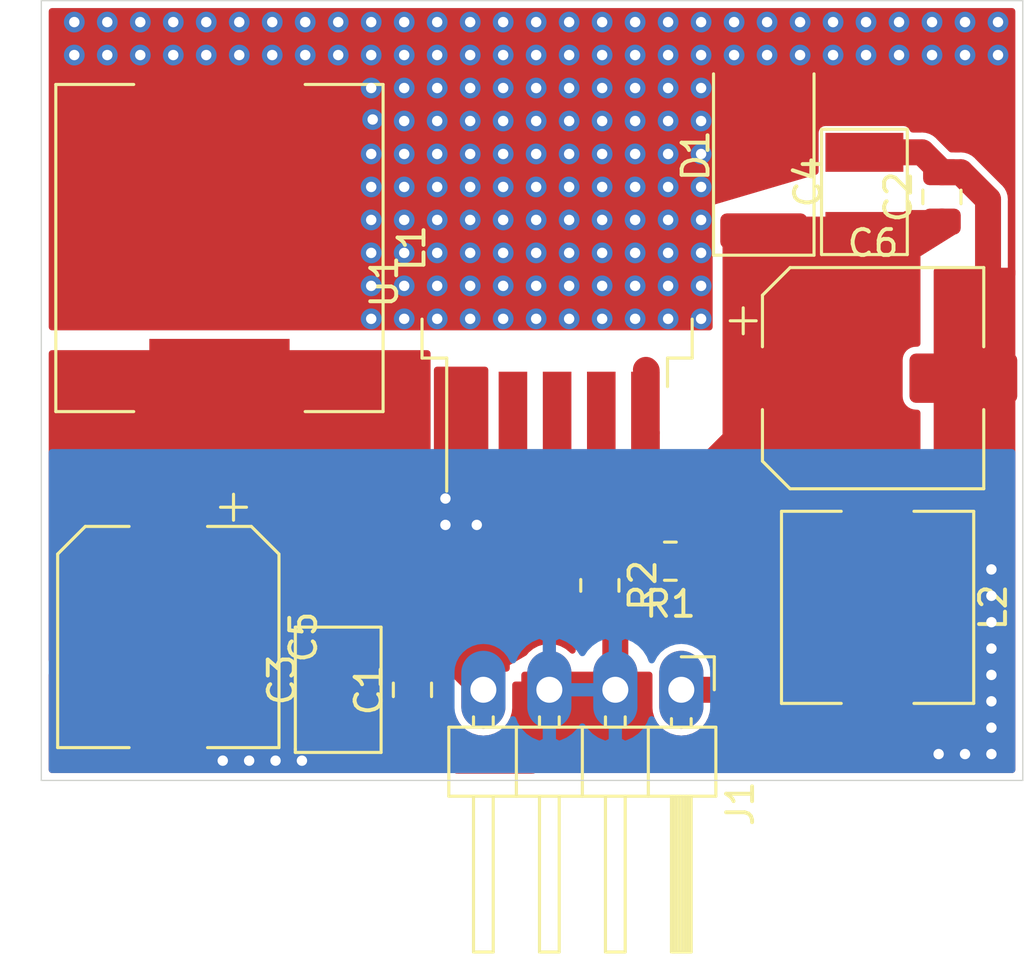
<source format=kicad_pcb>
(kicad_pcb (version 20171130) (host pcbnew "(5.1.12)-1")

  (general
    (thickness 1.6)
    (drawings 5)
    (tracks 217)
    (zones 0)
    (modules 13)
    (nets 8)
  )

  (page A4)
  (layers
    (0 F.Cu signal)
    (31 B.Cu signal)
    (32 B.Adhes user)
    (33 F.Adhes user)
    (34 B.Paste user)
    (35 F.Paste user)
    (36 B.SilkS user)
    (37 F.SilkS user)
    (38 B.Mask user)
    (39 F.Mask user)
    (40 Dwgs.User user)
    (41 Cmts.User user)
    (42 Eco1.User user)
    (43 Eco2.User user)
    (44 Edge.Cuts user)
    (45 Margin user)
    (46 B.CrtYd user)
    (47 F.CrtYd user)
    (48 B.Fab user)
    (49 F.Fab user)
  )

  (setup
    (last_trace_width 1)
    (user_trace_width 1)
    (trace_clearance 0.2)
    (zone_clearance 0.26)
    (zone_45_only no)
    (trace_min 0.2)
    (via_size 0.8)
    (via_drill 0.4)
    (via_min_size 0.4)
    (via_min_drill 0.3)
    (uvia_size 0.3)
    (uvia_drill 0.1)
    (uvias_allowed no)
    (uvia_min_size 0.2)
    (uvia_min_drill 0.1)
    (edge_width 0.05)
    (segment_width 0.2)
    (pcb_text_width 0.3)
    (pcb_text_size 1.5 1.5)
    (mod_edge_width 0.12)
    (mod_text_size 1 1)
    (mod_text_width 0.15)
    (pad_size 2.9 5.4)
    (pad_drill 0)
    (pad_to_mask_clearance 0)
    (aux_axis_origin 0 0)
    (visible_elements 7FFFFFFF)
    (pcbplotparams
      (layerselection 0x010fc_ffffffff)
      (usegerberextensions false)
      (usegerberattributes true)
      (usegerberadvancedattributes true)
      (creategerberjobfile true)
      (excludeedgelayer true)
      (linewidth 0.100000)
      (plotframeref false)
      (viasonmask false)
      (mode 1)
      (useauxorigin false)
      (hpglpennumber 1)
      (hpglpenspeed 20)
      (hpglpendiameter 15.000000)
      (psnegative false)
      (psa4output false)
      (plotreference true)
      (plotvalue true)
      (plotinvisibletext false)
      (padsonsilk false)
      (subtractmaskfromsilk false)
      (outputformat 1)
      (mirror false)
      (drillshape 1)
      (scaleselection 1)
      (outputdirectory ""))
  )

  (net 0 "")
  (net 1 "Net-(C1-Pad2)")
  (net 2 Earth)
  (net 3 "Net-(C2-Pad1)")
  (net 4 GND)
  (net 5 "Net-(J1-Pad4)")
  (net 6 "Net-(R1-Pad2)")
  (net 7 "Net-(U1-Pad2)")

  (net_class Default "This is the default net class."
    (clearance 0.2)
    (trace_width 0.25)
    (via_dia 0.8)
    (via_drill 0.4)
    (uvia_dia 0.3)
    (uvia_drill 0.1)
    (add_net Earth)
    (add_net GND)
    (add_net "Net-(C1-Pad2)")
    (add_net "Net-(C2-Pad1)")
    (add_net "Net-(J1-Pad4)")
    (add_net "Net-(R1-Pad2)")
    (add_net "Net-(U1-Pad2)")
  )

  (module Connector_PinHeader_2.54mm:PinHeader_1x04_P2.54mm_Horizontal (layer F.Cu) (tedit 65622E52) (tstamp 65623F26)
    (at 88.138 123.5075 270)
    (descr "Through hole angled pin header, 1x04, 2.54mm pitch, 6mm pin length, single row")
    (tags "Through hole angled pin header THT 1x04 2.54mm single row")
    (path /656AF5D2)
    (fp_text reference J1 (at 4.385 -2.27 90) (layer F.SilkS)
      (effects (font (size 1 1) (thickness 0.15)))
    )
    (fp_text value Conn_01x04 (at 4.385 9.89 90) (layer F.Fab)
      (effects (font (size 1 1) (thickness 0.15)))
    )
    (fp_text user %R (at 2.77 3.81) (layer F.Fab)
      (effects (font (size 1 1) (thickness 0.15)))
    )
    (fp_line (start 2.135 -1.27) (end 4.04 -1.27) (layer F.Fab) (width 0.1))
    (fp_line (start 4.04 -1.27) (end 4.04 8.89) (layer F.Fab) (width 0.1))
    (fp_line (start 4.04 8.89) (end 1.5 8.89) (layer F.Fab) (width 0.1))
    (fp_line (start 1.5 8.89) (end 1.5 -0.635) (layer F.Fab) (width 0.1))
    (fp_line (start 1.5 -0.635) (end 2.135 -1.27) (layer F.Fab) (width 0.1))
    (fp_line (start -0.32 -0.32) (end 1.5 -0.32) (layer F.Fab) (width 0.1))
    (fp_line (start -0.32 -0.32) (end -0.32 0.32) (layer F.Fab) (width 0.1))
    (fp_line (start -0.32 0.32) (end 1.5 0.32) (layer F.Fab) (width 0.1))
    (fp_line (start 4.04 -0.32) (end 10.04 -0.32) (layer F.Fab) (width 0.1))
    (fp_line (start 10.04 -0.32) (end 10.04 0.32) (layer F.Fab) (width 0.1))
    (fp_line (start 4.04 0.32) (end 10.04 0.32) (layer F.Fab) (width 0.1))
    (fp_line (start -0.32 2.22) (end 1.5 2.22) (layer F.Fab) (width 0.1))
    (fp_line (start -0.32 2.22) (end -0.32 2.86) (layer F.Fab) (width 0.1))
    (fp_line (start -0.32 2.86) (end 1.5 2.86) (layer F.Fab) (width 0.1))
    (fp_line (start 4.04 2.22) (end 10.04 2.22) (layer F.Fab) (width 0.1))
    (fp_line (start 10.04 2.22) (end 10.04 2.86) (layer F.Fab) (width 0.1))
    (fp_line (start 4.04 2.86) (end 10.04 2.86) (layer F.Fab) (width 0.1))
    (fp_line (start -0.32 4.76) (end 1.5 4.76) (layer F.Fab) (width 0.1))
    (fp_line (start -0.32 4.76) (end -0.32 5.4) (layer F.Fab) (width 0.1))
    (fp_line (start -0.32 5.4) (end 1.5 5.4) (layer F.Fab) (width 0.1))
    (fp_line (start 4.04 4.76) (end 10.04 4.76) (layer F.Fab) (width 0.1))
    (fp_line (start 10.04 4.76) (end 10.04 5.4) (layer F.Fab) (width 0.1))
    (fp_line (start 4.04 5.4) (end 10.04 5.4) (layer F.Fab) (width 0.1))
    (fp_line (start -0.32 7.3) (end 1.5 7.3) (layer F.Fab) (width 0.1))
    (fp_line (start -0.32 7.3) (end -0.32 7.94) (layer F.Fab) (width 0.1))
    (fp_line (start -0.32 7.94) (end 1.5 7.94) (layer F.Fab) (width 0.1))
    (fp_line (start 4.04 7.3) (end 10.04 7.3) (layer F.Fab) (width 0.1))
    (fp_line (start 10.04 7.3) (end 10.04 7.94) (layer F.Fab) (width 0.1))
    (fp_line (start 4.04 7.94) (end 10.04 7.94) (layer F.Fab) (width 0.1))
    (fp_line (start 1.44 -1.33) (end 1.44 8.95) (layer F.SilkS) (width 0.12))
    (fp_line (start 1.44 8.95) (end 4.1 8.95) (layer F.SilkS) (width 0.12))
    (fp_line (start 4.1 8.95) (end 4.1 -1.33) (layer F.SilkS) (width 0.12))
    (fp_line (start 4.1 -1.33) (end 1.44 -1.33) (layer F.SilkS) (width 0.12))
    (fp_line (start 4.1 -0.38) (end 10.1 -0.38) (layer F.SilkS) (width 0.12))
    (fp_line (start 10.1 -0.38) (end 10.1 0.38) (layer F.SilkS) (width 0.12))
    (fp_line (start 10.1 0.38) (end 4.1 0.38) (layer F.SilkS) (width 0.12))
    (fp_line (start 4.1 -0.32) (end 10.1 -0.32) (layer F.SilkS) (width 0.12))
    (fp_line (start 4.1 -0.2) (end 10.1 -0.2) (layer F.SilkS) (width 0.12))
    (fp_line (start 4.1 -0.08) (end 10.1 -0.08) (layer F.SilkS) (width 0.12))
    (fp_line (start 4.1 0.04) (end 10.1 0.04) (layer F.SilkS) (width 0.12))
    (fp_line (start 4.1 0.16) (end 10.1 0.16) (layer F.SilkS) (width 0.12))
    (fp_line (start 4.1 0.28) (end 10.1 0.28) (layer F.SilkS) (width 0.12))
    (fp_line (start 1.11 -0.38) (end 1.44 -0.38) (layer F.SilkS) (width 0.12))
    (fp_line (start 1.11 0.38) (end 1.44 0.38) (layer F.SilkS) (width 0.12))
    (fp_line (start 1.44 1.27) (end 4.1 1.27) (layer F.SilkS) (width 0.12))
    (fp_line (start 4.1 2.16) (end 10.1 2.16) (layer F.SilkS) (width 0.12))
    (fp_line (start 10.1 2.16) (end 10.1 2.92) (layer F.SilkS) (width 0.12))
    (fp_line (start 10.1 2.92) (end 4.1 2.92) (layer F.SilkS) (width 0.12))
    (fp_line (start 1.042929 2.16) (end 1.44 2.16) (layer F.SilkS) (width 0.12))
    (fp_line (start 1.042929 2.92) (end 1.44 2.92) (layer F.SilkS) (width 0.12))
    (fp_line (start 1.44 3.81) (end 4.1 3.81) (layer F.SilkS) (width 0.12))
    (fp_line (start 4.1 4.7) (end 10.1 4.7) (layer F.SilkS) (width 0.12))
    (fp_line (start 10.1 4.7) (end 10.1 5.46) (layer F.SilkS) (width 0.12))
    (fp_line (start 10.1 5.46) (end 4.1 5.46) (layer F.SilkS) (width 0.12))
    (fp_line (start 1.042929 4.7) (end 1.44 4.7) (layer F.SilkS) (width 0.12))
    (fp_line (start 1.042929 5.46) (end 1.44 5.46) (layer F.SilkS) (width 0.12))
    (fp_line (start 1.44 6.35) (end 4.1 6.35) (layer F.SilkS) (width 0.12))
    (fp_line (start 4.1 7.24) (end 10.1 7.24) (layer F.SilkS) (width 0.12))
    (fp_line (start 10.1 7.24) (end 10.1 8) (layer F.SilkS) (width 0.12))
    (fp_line (start 10.1 8) (end 4.1 8) (layer F.SilkS) (width 0.12))
    (fp_line (start 1.042929 7.24) (end 1.44 7.24) (layer F.SilkS) (width 0.12))
    (fp_line (start 1.042929 8) (end 1.44 8) (layer F.SilkS) (width 0.12))
    (fp_line (start -1.27 0) (end -1.27 -1.27) (layer F.SilkS) (width 0.12))
    (fp_line (start -1.27 -1.27) (end 0 -1.27) (layer F.SilkS) (width 0.12))
    (fp_line (start -1.8 -1.8) (end -1.8 9.4) (layer F.CrtYd) (width 0.05))
    (fp_line (start -1.8 9.4) (end 10.55 9.4) (layer F.CrtYd) (width 0.05))
    (fp_line (start 10.55 9.4) (end 10.55 -1.8) (layer F.CrtYd) (width 0.05))
    (fp_line (start 10.55 -1.8) (end -1.8 -1.8) (layer F.CrtYd) (width 0.05))
    (pad 1 thru_hole oval (at 0 7.62 270) (size 3 1.7) (drill 1) (layers *.Cu *.Mask)
      (net 1 "Net-(C1-Pad2)"))
    (pad 3 thru_hole oval (at 0 5.08 270) (size 3 1.7) (drill 1) (layers *.Cu *.Mask)
      (net 2 Earth))
    (pad 2 thru_hole oval (at 0 2.54 270) (size 3 1.7) (drill 1) (layers *.Cu *.Mask)
      (net 2 Earth))
    (pad 4 thru_hole oval (at 0 0 270) (size 3 1.7) (drill 1) (layers *.Cu *.Mask)
      (net 5 "Net-(J1-Pad4)"))
    (model ${KISYS3DMOD}/Connector_PinHeader_2.54mm.3dshapes/PinHeader_1x04_P2.54mm_Horizontal.wrl
      (at (xyz 0 0 0))
      (scale (xyz 1 1 1))
      (rotate (xyz 0 0 0))
    )
  )

  (module Package_TO_SOT_SMD:TO-263-5_TabPin3 (layer F.Cu) (tedit 65623613) (tstamp 6562371A)
    (at 83.3565 107.781 90)
    (descr "TO-263 / D2PAK / DDPAK SMD package, http://www.infineon.com/cms/en/product/packages/PG-TO263/PG-TO263-5-1/")
    (tags "D2PAK DDPAK TO-263 D2PAK-5 TO-263-5 SOT-426")
    (path /656B87DC)
    (attr smd)
    (fp_text reference U1 (at 0 -6.65 90) (layer F.SilkS)
      (effects (font (size 1 1) (thickness 0.15)))
    )
    (fp_text value xl6009e1 (at 0 6.65 90) (layer F.Fab)
      (effects (font (size 1 1) (thickness 0.15)))
    )
    (fp_text user %R (at 0 0 90) (layer F.Fab)
      (effects (font (size 1 1) (thickness 0.15)))
    )
    (fp_line (start 6.5 -5) (end 7.5 -5) (layer F.Fab) (width 0.1))
    (fp_line (start 7.5 -5) (end 7.5 5) (layer F.Fab) (width 0.1))
    (fp_line (start 7.5 5) (end 6.5 5) (layer F.Fab) (width 0.1))
    (fp_line (start 6.5 -5) (end 6.5 5) (layer F.Fab) (width 0.1))
    (fp_line (start 6.5 5) (end -2.75 5) (layer F.Fab) (width 0.1))
    (fp_line (start -2.75 5) (end -2.75 -4) (layer F.Fab) (width 0.1))
    (fp_line (start -2.75 -4) (end -1.75 -5) (layer F.Fab) (width 0.1))
    (fp_line (start -1.75 -5) (end 6.5 -5) (layer F.Fab) (width 0.1))
    (fp_line (start -2.75 -3.8) (end -7.45 -3.8) (layer F.Fab) (width 0.1))
    (fp_line (start -7.45 -3.8) (end -7.45 -3) (layer F.Fab) (width 0.1))
    (fp_line (start -7.45 -3) (end -2.75 -3) (layer F.Fab) (width 0.1))
    (fp_line (start -2.75 -2.1) (end -7.45 -2.1) (layer F.Fab) (width 0.1))
    (fp_line (start -7.45 -2.1) (end -7.45 -1.3) (layer F.Fab) (width 0.1))
    (fp_line (start -7.45 -1.3) (end -2.75 -1.3) (layer F.Fab) (width 0.1))
    (fp_line (start -2.75 -0.4) (end -7.45 -0.4) (layer F.Fab) (width 0.1))
    (fp_line (start -7.45 -0.4) (end -7.45 0.4) (layer F.Fab) (width 0.1))
    (fp_line (start -7.45 0.4) (end -2.75 0.4) (layer F.Fab) (width 0.1))
    (fp_line (start -2.75 1.3) (end -7.45 1.3) (layer F.Fab) (width 0.1))
    (fp_line (start -7.45 1.3) (end -7.45 2.1) (layer F.Fab) (width 0.1))
    (fp_line (start -7.45 2.1) (end -2.75 2.1) (layer F.Fab) (width 0.1))
    (fp_line (start -2.75 3) (end -7.45 3) (layer F.Fab) (width 0.1))
    (fp_line (start -7.45 3) (end -7.45 3.8) (layer F.Fab) (width 0.1))
    (fp_line (start -7.45 3.8) (end -2.75 3.8) (layer F.Fab) (width 0.1))
    (fp_line (start -1.45 -5.2) (end -2.95 -5.2) (layer F.SilkS) (width 0.12))
    (fp_line (start -2.95 -5.2) (end -2.95 -4.25) (layer F.SilkS) (width 0.12))
    (fp_line (start -2.95 -4.25) (end -8.075 -4.25) (layer F.SilkS) (width 0.12))
    (fp_line (start -1.45 5.2) (end -2.95 5.2) (layer F.SilkS) (width 0.12))
    (fp_line (start -2.95 5.2) (end -2.95 4.25) (layer F.SilkS) (width 0.12))
    (fp_line (start -2.95 4.25) (end -4.05 4.25) (layer F.SilkS) (width 0.12))
    (fp_line (start -8.32 -5.65) (end -8.32 5.65) (layer F.CrtYd) (width 0.05))
    (fp_line (start -8.32 5.65) (end 8.32 5.65) (layer F.CrtYd) (width 0.05))
    (fp_line (start 8.32 5.65) (end 8.32 -5.65) (layer F.CrtYd) (width 0.05))
    (fp_line (start 8.32 -5.65) (end -8.32 -5.65) (layer F.CrtYd) (width 0.05))
    (pad "" smd rect (at 0.95 2.775 90) (size 4.55 5.25) (layers F.Paste))
    (pad "" smd rect (at 5.8 -2.775 90) (size 4.55 5.25) (layers F.Paste))
    (pad "" smd rect (at 0.95 -2.775 90) (size 4.55 5.25) (layers F.Paste))
    (pad "" smd rect (at 5.8 2.775 90) (size 4.55 5.25) (layers F.Paste))
    (pad 3 smd rect (at 3.375 0 90) (size 9.4 10.8) (layers F.Cu F.Mask)
      (net 4 GND))
    (pad 5 smd rect (at -5.775 3.4 90) (size 4.6 1.1) (layers F.Cu F.Paste F.Mask)
      (net 6 "Net-(R1-Pad2)"))
    (pad 4 smd rect (at -5.775 1.7 90) (size 4.6 1.1) (layers F.Cu F.Paste F.Mask))
    (pad 3 smd rect (at -5.775 0 90) (size 4.6 1.1) (layers F.Cu F.Paste F.Mask))
    (pad 2 smd rect (at -5.775 -1.7 90) (size 4.6 1.1) (layers F.Cu F.Paste F.Mask)
      (net 7 "Net-(U1-Pad2)"))
    (pad 1 smd rect (at -5.775 -3.4 90) (size 4.6 1.1) (layers F.Cu F.Paste F.Mask)
      (net 2 Earth))
    (model ${KISYS3DMOD}/Package_TO_SOT_SMD.3dshapes/TO-263-5_TabPin3.wrl
      (at (xyz 0 0 0))
      (scale (xyz 1 1 1))
      (rotate (xyz 0 0 0))
    )
  )

  (module Resistor_SMD:R_0805_2012Metric (layer F.Cu) (tedit 5F68FEEE) (tstamp 656236EA)
    (at 85.002 119.487 270)
    (descr "Resistor SMD 0805 (2012 Metric), square (rectangular) end terminal, IPC_7351 nominal, (Body size source: IPC-SM-782 page 72, https://www.pcb-3d.com/wordpress/wp-content/uploads/ipc-sm-782a_amendment_1_and_2.pdf), generated with kicad-footprint-generator")
    (tags resistor)
    (path /656B6072)
    (attr smd)
    (fp_text reference R2 (at 0 -1.65 90) (layer F.SilkS)
      (effects (font (size 1 1) (thickness 0.15)))
    )
    (fp_text value R_Small (at 0 1.65 90) (layer F.Fab)
      (effects (font (size 1 1) (thickness 0.15)))
    )
    (fp_text user %R (at 0 0 90) (layer F.Fab)
      (effects (font (size 0.5 0.5) (thickness 0.08)))
    )
    (fp_line (start -1 0.625) (end -1 -0.625) (layer F.Fab) (width 0.1))
    (fp_line (start -1 -0.625) (end 1 -0.625) (layer F.Fab) (width 0.1))
    (fp_line (start 1 -0.625) (end 1 0.625) (layer F.Fab) (width 0.1))
    (fp_line (start 1 0.625) (end -1 0.625) (layer F.Fab) (width 0.1))
    (fp_line (start -0.227064 -0.735) (end 0.227064 -0.735) (layer F.SilkS) (width 0.12))
    (fp_line (start -0.227064 0.735) (end 0.227064 0.735) (layer F.SilkS) (width 0.12))
    (fp_line (start -1.68 0.95) (end -1.68 -0.95) (layer F.CrtYd) (width 0.05))
    (fp_line (start -1.68 -0.95) (end 1.68 -0.95) (layer F.CrtYd) (width 0.05))
    (fp_line (start 1.68 -0.95) (end 1.68 0.95) (layer F.CrtYd) (width 0.05))
    (fp_line (start 1.68 0.95) (end -1.68 0.95) (layer F.CrtYd) (width 0.05))
    (pad 2 smd roundrect (at 0.9125 0 270) (size 1.025 1.4) (layers F.Cu F.Paste F.Mask) (roundrect_rratio 0.243902)
      (net 2 Earth))
    (pad 1 smd roundrect (at -0.9125 0 270) (size 1.025 1.4) (layers F.Cu F.Paste F.Mask) (roundrect_rratio 0.243902)
      (net 6 "Net-(R1-Pad2)"))
    (model ${KISYS3DMOD}/Resistor_SMD.3dshapes/R_0805_2012Metric.wrl
      (at (xyz 0 0 0))
      (scale (xyz 1 1 1))
      (rotate (xyz 0 0 0))
    )
  )

  (module Resistor_SMD:R_0805_2012Metric (layer F.Cu) (tedit 5F68FEEE) (tstamp 656236D9)
    (at 87.717 118.5545 180)
    (descr "Resistor SMD 0805 (2012 Metric), square (rectangular) end terminal, IPC_7351 nominal, (Body size source: IPC-SM-782 page 72, https://www.pcb-3d.com/wordpress/wp-content/uploads/ipc-sm-782a_amendment_1_and_2.pdf), generated with kicad-footprint-generator")
    (tags resistor)
    (path /656B56D4)
    (attr smd)
    (fp_text reference R1 (at 0 -1.65) (layer F.SilkS)
      (effects (font (size 1 1) (thickness 0.15)))
    )
    (fp_text value R_Small (at 0 1.65) (layer F.Fab)
      (effects (font (size 1 1) (thickness 0.15)))
    )
    (fp_text user %R (at 0 0) (layer F.Fab)
      (effects (font (size 0.5 0.5) (thickness 0.08)))
    )
    (fp_line (start -1 0.625) (end -1 -0.625) (layer F.Fab) (width 0.1))
    (fp_line (start -1 -0.625) (end 1 -0.625) (layer F.Fab) (width 0.1))
    (fp_line (start 1 -0.625) (end 1 0.625) (layer F.Fab) (width 0.1))
    (fp_line (start 1 0.625) (end -1 0.625) (layer F.Fab) (width 0.1))
    (fp_line (start -0.227064 -0.735) (end 0.227064 -0.735) (layer F.SilkS) (width 0.12))
    (fp_line (start -0.227064 0.735) (end 0.227064 0.735) (layer F.SilkS) (width 0.12))
    (fp_line (start -1.68 0.95) (end -1.68 -0.95) (layer F.CrtYd) (width 0.05))
    (fp_line (start -1.68 -0.95) (end 1.68 -0.95) (layer F.CrtYd) (width 0.05))
    (fp_line (start 1.68 -0.95) (end 1.68 0.95) (layer F.CrtYd) (width 0.05))
    (fp_line (start 1.68 0.95) (end -1.68 0.95) (layer F.CrtYd) (width 0.05))
    (pad 2 smd roundrect (at 0.9125 0 180) (size 1.025 1.4) (layers F.Cu F.Paste F.Mask) (roundrect_rratio 0.243902)
      (net 6 "Net-(R1-Pad2)"))
    (pad 1 smd roundrect (at -0.9125 0 180) (size 1.025 1.4) (layers F.Cu F.Paste F.Mask) (roundrect_rratio 0.243902)
      (net 3 "Net-(C2-Pad1)"))
    (model ${KISYS3DMOD}/Resistor_SMD.3dshapes/R_0805_2012Metric.wrl
      (at (xyz 0 0 0))
      (scale (xyz 1 1 1))
      (rotate (xyz 0 0 0))
    )
  )

  (module Inductor_SMD:L_7.3x7.3_H4.5 (layer F.Cu) (tedit 5990349C) (tstamp 656236C8)
    (at 95.6945 120.3325 270)
    (descr "Choke, SMD, 7.3x7.3mm 4.5mm height")
    (tags "Choke SMD")
    (path /656B776D)
    (attr smd)
    (fp_text reference L2 (at 0 -4.45 90) (layer F.SilkS)
      (effects (font (size 1 1) (thickness 0.15)))
    )
    (fp_text value INDUCTOR (at 0 4.45 90) (layer F.Fab)
      (effects (font (size 1 1) (thickness 0.15)))
    )
    (fp_arc (start 0 0) (end -2.29 -2.29) (angle 90) (layer F.Fab) (width 0.1))
    (fp_arc (start 0 0) (end 2.29 2.29) (angle 90) (layer F.Fab) (width 0.1))
    (fp_text user %R (at 0 0.0065 90) (layer F.Fab)
      (effects (font (size 1 1) (thickness 0.15)))
    )
    (fp_line (start 3.7 1.4) (end 3.7 3.7) (layer F.SilkS) (width 0.12))
    (fp_line (start 3.7 3.7) (end -3.7 3.7) (layer F.SilkS) (width 0.12))
    (fp_line (start -3.7 3.7) (end -3.7 1.4) (layer F.SilkS) (width 0.12))
    (fp_line (start -3.7 -1.4) (end -3.7 -3.7) (layer F.SilkS) (width 0.12))
    (fp_line (start -3.7 -3.7) (end 3.7 -3.7) (layer F.SilkS) (width 0.12))
    (fp_line (start 3.7 -3.7) (end 3.7 -1.4) (layer F.SilkS) (width 0.12))
    (fp_line (start -4.2 -3.9) (end -4.2 3.9) (layer F.CrtYd) (width 0.05))
    (fp_line (start -4.2 3.9) (end 4.2 3.9) (layer F.CrtYd) (width 0.05))
    (fp_line (start 4.2 3.9) (end 4.2 -3.9) (layer F.CrtYd) (width 0.05))
    (fp_line (start 4.2 -3.9) (end -4.2 -3.9) (layer F.CrtYd) (width 0.05))
    (fp_line (start 3.65 3.65) (end 3.65 1.4) (layer F.Fab) (width 0.1))
    (fp_line (start 3.65 -3.65) (end 3.65 -1.4) (layer F.Fab) (width 0.1))
    (fp_line (start -3.65 3.65) (end -3.65 1.4) (layer F.Fab) (width 0.1))
    (fp_line (start -3.65 -3.65) (end -3.65 -1.4) (layer F.Fab) (width 0.1))
    (fp_line (start 3.65 3.65) (end -3.65 3.65) (layer F.Fab) (width 0.1))
    (fp_line (start -3.65 -3.65) (end 3.65 -3.65) (layer F.Fab) (width 0.1))
    (pad 2 smd rect (at 3.2 0 270) (size 1.5 2.2) (layers F.Cu F.Paste F.Mask)
      (net 5 "Net-(J1-Pad4)"))
    (pad 1 smd rect (at -3.2 0 270) (size 1.5 2.2) (layers F.Cu F.Paste F.Mask)
      (net 3 "Net-(C2-Pad1)"))
    (model ${KISYS3DMOD}/Inductor_SMD.3dshapes/L_7.3x7.3_H4.5.wrl
      (at (xyz 0 0 0))
      (scale (xyz 1 1 1))
      (rotate (xyz 0 0 0))
    )
  )

  (module Inductor_SMD:L_12x12mm_H8mm (layer F.Cu) (tedit 6562388E) (tstamp 656236AF)
    (at 70.358 106.4925 270)
    (descr "Choke, SMD, 12x12mm 8mm height")
    (tags "Choke SMD")
    (path /656B6E8B)
    (attr smd)
    (fp_text reference L1 (at 0 -7.4 90) (layer F.SilkS)
      (effects (font (size 1 1) (thickness 0.15)))
    )
    (fp_text value INDUCTOR (at 0 7.6 90) (layer F.Fab)
      (effects (font (size 1 1) (thickness 0.15)))
    )
    (fp_text user %R (at 0 0 90) (layer F.Fab)
      (effects (font (size 1 1) (thickness 0.15)))
    )
    (fp_line (start 6.3 3.3) (end 6.3 6.3) (layer F.SilkS) (width 0.12))
    (fp_line (start 6.3 6.3) (end -6.3 6.3) (layer F.SilkS) (width 0.12))
    (fp_line (start -6.3 6.3) (end -6.3 3.3) (layer F.SilkS) (width 0.12))
    (fp_line (start -6.3 -3.3) (end -6.3 -6.3) (layer F.SilkS) (width 0.12))
    (fp_line (start -6.3 -6.3) (end 6.3 -6.3) (layer F.SilkS) (width 0.12))
    (fp_line (start 6.3 -6.3) (end 6.3 -3.3) (layer F.SilkS) (width 0.12))
    (fp_line (start -6.86 -6.6) (end 6.86 -6.6) (layer F.CrtYd) (width 0.05))
    (fp_line (start 6.86 -6.6) (end 6.86 6.6) (layer F.CrtYd) (width 0.05))
    (fp_line (start 6.86 6.6) (end -6.86 6.6) (layer F.CrtYd) (width 0.05))
    (fp_line (start -6.86 6.6) (end -6.86 -6.6) (layer F.CrtYd) (width 0.05))
    (fp_line (start 4.9 3.3) (end 5 3.4) (layer F.Fab) (width 0.1))
    (fp_line (start 5 3.4) (end 5.1 3.8) (layer F.Fab) (width 0.1))
    (fp_line (start 5.1 3.8) (end 5 4.3) (layer F.Fab) (width 0.1))
    (fp_line (start 5 4.3) (end 4.8 4.6) (layer F.Fab) (width 0.1))
    (fp_line (start 4.8 4.6) (end 4.5 5) (layer F.Fab) (width 0.1))
    (fp_line (start 4.5 5) (end 4 5.1) (layer F.Fab) (width 0.1))
    (fp_line (start 4 5.1) (end 3.5 5) (layer F.Fab) (width 0.1))
    (fp_line (start 3.5 5) (end 3.1 4.7) (layer F.Fab) (width 0.1))
    (fp_line (start 3.1 4.7) (end 3 4.6) (layer F.Fab) (width 0.1))
    (fp_line (start 3 4.6) (end 2.4 5) (layer F.Fab) (width 0.1))
    (fp_line (start 2.4 5) (end 1.6 5.3) (layer F.Fab) (width 0.1))
    (fp_line (start 1.6 5.3) (end 0.6 5.5) (layer F.Fab) (width 0.1))
    (fp_line (start 0.6 5.5) (end -0.6 5.5) (layer F.Fab) (width 0.1))
    (fp_line (start -0.6 5.5) (end -1.5 5.3) (layer F.Fab) (width 0.1))
    (fp_line (start -1.5 5.3) (end -2.1 5.1) (layer F.Fab) (width 0.1))
    (fp_line (start -2.1 5.1) (end -2.6 4.9) (layer F.Fab) (width 0.1))
    (fp_line (start -2.6 4.9) (end -3 4.7) (layer F.Fab) (width 0.1))
    (fp_line (start -3 4.7) (end -3.3 4.9) (layer F.Fab) (width 0.1))
    (fp_line (start -3.3 4.9) (end -3.9 5.1) (layer F.Fab) (width 0.1))
    (fp_line (start -3.9 5.1) (end -4.3 5) (layer F.Fab) (width 0.1))
    (fp_line (start -4.3 5) (end -4.6 4.8) (layer F.Fab) (width 0.1))
    (fp_line (start -4.6 4.8) (end -4.9 4.6) (layer F.Fab) (width 0.1))
    (fp_line (start -4.9 4.6) (end -5.1 4.1) (layer F.Fab) (width 0.1))
    (fp_line (start -5.1 4.1) (end -5 3.6) (layer F.Fab) (width 0.1))
    (fp_line (start -5 3.6) (end -4.8 3.2) (layer F.Fab) (width 0.1))
    (fp_line (start 4.9 -3.3) (end 5 -3.6) (layer F.Fab) (width 0.1))
    (fp_line (start 5 -3.6) (end 5.1 -4) (layer F.Fab) (width 0.1))
    (fp_line (start 5.1 -4) (end 5 -4.3) (layer F.Fab) (width 0.1))
    (fp_line (start 5 -4.3) (end 4.8 -4.7) (layer F.Fab) (width 0.1))
    (fp_line (start 4.8 -4.7) (end 4.5 -4.9) (layer F.Fab) (width 0.1))
    (fp_line (start 4.5 -4.9) (end 4.2 -5.1) (layer F.Fab) (width 0.1))
    (fp_line (start 4.2 -5.1) (end 3.9 -5.1) (layer F.Fab) (width 0.1))
    (fp_line (start 3.9 -5.1) (end 3.6 -5) (layer F.Fab) (width 0.1))
    (fp_line (start 3.6 -5) (end 3.3 -4.9) (layer F.Fab) (width 0.1))
    (fp_line (start 3.3 -4.9) (end 3 -4.6) (layer F.Fab) (width 0.1))
    (fp_line (start 3 -4.6) (end 2.6 -4.9) (layer F.Fab) (width 0.1))
    (fp_line (start 2.6 -4.9) (end 2.2 -5.1) (layer F.Fab) (width 0.1))
    (fp_line (start 2.2 -5.1) (end 1.7 -5.3) (layer F.Fab) (width 0.1))
    (fp_line (start 1.7 -5.3) (end 0.9 -5.5) (layer F.Fab) (width 0.1))
    (fp_line (start 0.9 -5.5) (end 0 -5.6) (layer F.Fab) (width 0.1))
    (fp_line (start 0 -5.6) (end -0.8 -5.5) (layer F.Fab) (width 0.1))
    (fp_line (start -0.8 -5.5) (end -1.7 -5.3) (layer F.Fab) (width 0.1))
    (fp_line (start -1.7 -5.3) (end -2.6 -4.9) (layer F.Fab) (width 0.1))
    (fp_line (start -2.6 -4.9) (end -3 -4.7) (layer F.Fab) (width 0.1))
    (fp_line (start -3 -4.7) (end -3.3 -4.9) (layer F.Fab) (width 0.1))
    (fp_line (start -3.3 -4.9) (end -3.7 -5.1) (layer F.Fab) (width 0.1))
    (fp_line (start -3.7 -5.1) (end -4.2 -5) (layer F.Fab) (width 0.1))
    (fp_line (start -4.2 -5) (end -4.6 -4.8) (layer F.Fab) (width 0.1))
    (fp_line (start -4.6 -4.8) (end -4.9 -4.5) (layer F.Fab) (width 0.1))
    (fp_line (start -4.9 -4.5) (end -5.1 -4) (layer F.Fab) (width 0.1))
    (fp_line (start -5.1 -4) (end -5 -3.5) (layer F.Fab) (width 0.1))
    (fp_line (start -5 -3.5) (end -4.8 -3.2) (layer F.Fab) (width 0.1))
    (fp_line (start -6.2 3.3) (end -6.2 6.2) (layer F.Fab) (width 0.1))
    (fp_line (start -6.2 6.2) (end 6.2 6.2) (layer F.Fab) (width 0.1))
    (fp_line (start 6.2 6.2) (end 6.2 3.3) (layer F.Fab) (width 0.1))
    (fp_line (start 6.2 -6.2) (end -6.2 -6.2) (layer F.Fab) (width 0.1))
    (fp_line (start -6.2 -6.2) (end -6.2 -3.3) (layer F.Fab) (width 0.1))
    (fp_line (start 6.2 -6.2) (end 6.2 -3.3) (layer F.Fab) (width 0.1))
    (fp_circle (center 0 0) (end 0.9 0) (layer F.Adhes) (width 0.38))
    (fp_circle (center 0 0) (end 0.55 0) (layer F.Adhes) (width 0.38))
    (fp_circle (center 0 0) (end 0.15 0.15) (layer F.Adhes) (width 0.38))
    (fp_circle (center -2.1 3) (end -1.8 3.25) (layer F.Fab) (width 0.1))
    (pad 2 smd rect (at 4.95 0 270) (size 2.9 5.4) (layers F.Cu F.Paste F.Mask)
      (net 1 "Net-(C1-Pad2)"))
    (pad 1 smd rect (at -4.95 0 270) (size 2.9 5.4) (layers F.Cu F.Paste F.Mask)
      (net 4 GND))
    (model ${KISYS3DMOD}/Inductor_SMD.3dshapes/L_12x12mm_H8mm.wrl
      (at (xyz 0 0 0))
      (scale (xyz 1 1 1))
      (rotate (xyz 0 0 0))
    )
  )

  (module Diode_SMD:D_2512_6332Metric (layer F.Cu) (tedit 5F68FEF0) (tstamp 65623613)
    (at 91.313 102.9335 90)
    (descr "Diode SMD 2512 (6332 Metric), square (rectangular) end terminal, IPC_7351 nominal, (Body size source: http://www.tortai-tech.com/upload/download/2011102023233369053.pdf), generated with kicad-footprint-generator")
    (tags diode)
    (path /656B66F7)
    (attr smd)
    (fp_text reference D1 (at 0 -2.62 90) (layer F.SilkS)
      (effects (font (size 1 1) (thickness 0.15)))
    )
    (fp_text value DIODE (at 0 2.62 90) (layer F.Fab)
      (effects (font (size 1 1) (thickness 0.15)))
    )
    (fp_text user %R (at 0 0 90) (layer F.Fab)
      (effects (font (size 1 1) (thickness 0.15)))
    )
    (fp_line (start 3.15 -1.6) (end -2.35 -1.6) (layer F.Fab) (width 0.1))
    (fp_line (start -2.35 -1.6) (end -3.15 -0.8) (layer F.Fab) (width 0.1))
    (fp_line (start -3.15 -0.8) (end -3.15 1.6) (layer F.Fab) (width 0.1))
    (fp_line (start -3.15 1.6) (end 3.15 1.6) (layer F.Fab) (width 0.1))
    (fp_line (start 3.15 1.6) (end 3.15 -1.6) (layer F.Fab) (width 0.1))
    (fp_line (start 3.15 -1.935) (end -3.835 -1.935) (layer F.SilkS) (width 0.12))
    (fp_line (start -3.835 -1.935) (end -3.835 1.935) (layer F.SilkS) (width 0.12))
    (fp_line (start -3.835 1.935) (end 3.15 1.935) (layer F.SilkS) (width 0.12))
    (fp_line (start -3.82 1.92) (end -3.82 -1.92) (layer F.CrtYd) (width 0.05))
    (fp_line (start -3.82 -1.92) (end 3.82 -1.92) (layer F.CrtYd) (width 0.05))
    (fp_line (start 3.82 -1.92) (end 3.82 1.92) (layer F.CrtYd) (width 0.05))
    (fp_line (start 3.82 1.92) (end -3.82 1.92) (layer F.CrtYd) (width 0.05))
    (pad 2 smd roundrect (at 2.9 0 90) (size 1.35 3.35) (layers F.Cu F.Paste F.Mask) (roundrect_rratio 0.185185)
      (net 4 GND))
    (pad 1 smd roundrect (at -2.9 0 90) (size 1.35 3.35) (layers F.Cu F.Paste F.Mask) (roundrect_rratio 0.185185)
      (net 3 "Net-(C2-Pad1)"))
    (model ${KISYS3DMOD}/Diode_SMD.3dshapes/D_2512_6332Metric.wrl
      (at (xyz 0 0 0))
      (scale (xyz 1 1 1))
      (rotate (xyz 0 0 0))
    )
  )

  (module Capacitor_SMD:CP_Elec_8x11.9 (layer F.Cu) (tedit 5BCA39D0) (tstamp 65623600)
    (at 95.5215 111.506)
    (descr "SMD capacitor, aluminum electrolytic, Panasonic E12, 8.0x11.9mm")
    (tags "capacitor electrolytic")
    (path /656B808C)
    (attr smd)
    (fp_text reference C6 (at 0 -5.2) (layer F.SilkS)
      (effects (font (size 1 1) (thickness 0.15)))
    )
    (fp_text value CP (at 0 5.2) (layer F.Fab)
      (effects (font (size 1 1) (thickness 0.15)))
    )
    (fp_text user %R (at 0 0) (layer F.Fab)
      (effects (font (size 1 1) (thickness 0.15)))
    )
    (fp_circle (center 0 0) (end 4 0) (layer F.Fab) (width 0.1))
    (fp_line (start 4.15 -4.15) (end 4.15 4.15) (layer F.Fab) (width 0.1))
    (fp_line (start -3.15 -4.15) (end 4.15 -4.15) (layer F.Fab) (width 0.1))
    (fp_line (start -3.15 4.15) (end 4.15 4.15) (layer F.Fab) (width 0.1))
    (fp_line (start -4.15 -3.15) (end -4.15 3.15) (layer F.Fab) (width 0.1))
    (fp_line (start -4.15 -3.15) (end -3.15 -4.15) (layer F.Fab) (width 0.1))
    (fp_line (start -4.15 3.15) (end -3.15 4.15) (layer F.Fab) (width 0.1))
    (fp_line (start -3.562278 -1.5) (end -2.762278 -1.5) (layer F.Fab) (width 0.1))
    (fp_line (start -3.162278 -1.9) (end -3.162278 -1.1) (layer F.Fab) (width 0.1))
    (fp_line (start 4.26 4.26) (end 4.26 1.21) (layer F.SilkS) (width 0.12))
    (fp_line (start 4.26 -4.26) (end 4.26 -1.21) (layer F.SilkS) (width 0.12))
    (fp_line (start -3.195563 -4.26) (end 4.26 -4.26) (layer F.SilkS) (width 0.12))
    (fp_line (start -3.195563 4.26) (end 4.26 4.26) (layer F.SilkS) (width 0.12))
    (fp_line (start -4.26 3.195563) (end -4.26 1.21) (layer F.SilkS) (width 0.12))
    (fp_line (start -4.26 -3.195563) (end -4.26 -1.21) (layer F.SilkS) (width 0.12))
    (fp_line (start -4.26 -3.195563) (end -3.195563 -4.26) (layer F.SilkS) (width 0.12))
    (fp_line (start -4.26 3.195563) (end -3.195563 4.26) (layer F.SilkS) (width 0.12))
    (fp_line (start -5.5 -2.21) (end -4.5 -2.21) (layer F.SilkS) (width 0.12))
    (fp_line (start -5 -2.71) (end -5 -1.71) (layer F.SilkS) (width 0.12))
    (fp_line (start 4.4 -4.4) (end 4.4 -1.2) (layer F.CrtYd) (width 0.05))
    (fp_line (start 4.4 -1.2) (end 5.8 -1.2) (layer F.CrtYd) (width 0.05))
    (fp_line (start 5.8 -1.2) (end 5.8 1.2) (layer F.CrtYd) (width 0.05))
    (fp_line (start 5.8 1.2) (end 4.4 1.2) (layer F.CrtYd) (width 0.05))
    (fp_line (start 4.4 1.2) (end 4.4 4.4) (layer F.CrtYd) (width 0.05))
    (fp_line (start -3.25 4.4) (end 4.4 4.4) (layer F.CrtYd) (width 0.05))
    (fp_line (start -3.25 -4.4) (end 4.4 -4.4) (layer F.CrtYd) (width 0.05))
    (fp_line (start -4.4 3.25) (end -3.25 4.4) (layer F.CrtYd) (width 0.05))
    (fp_line (start -4.4 -3.25) (end -3.25 -4.4) (layer F.CrtYd) (width 0.05))
    (fp_line (start -4.4 -3.25) (end -4.4 -1.2) (layer F.CrtYd) (width 0.05))
    (fp_line (start -4.4 1.2) (end -4.4 3.25) (layer F.CrtYd) (width 0.05))
    (fp_line (start -4.4 -1.2) (end -5.8 -1.2) (layer F.CrtYd) (width 0.05))
    (fp_line (start -5.8 -1.2) (end -5.8 1.2) (layer F.CrtYd) (width 0.05))
    (fp_line (start -5.8 1.2) (end -4.4 1.2) (layer F.CrtYd) (width 0.05))
    (pad 2 smd roundrect (at 3.475 0) (size 4.15 1.9) (layers F.Cu F.Paste F.Mask) (roundrect_rratio 0.131579)
      (net 2 Earth))
    (pad 1 smd roundrect (at -3.475 0) (size 4.15 1.9) (layers F.Cu F.Paste F.Mask) (roundrect_rratio 0.131579)
      (net 3 "Net-(C2-Pad1)"))
    (model ${KISYS3DMOD}/Capacitor_SMD.3dshapes/CP_Elec_8x11.9.wrl
      (at (xyz 0 0 0))
      (scale (xyz 1 1 1))
      (rotate (xyz 0 0 0))
    )
  )

  (module Capacitor_SMD:CP_Elec_8x10 (layer F.Cu) (tedit 5BCA39D0) (tstamp 656235D8)
    (at 68.3895 121.4755 270)
    (descr "SMD capacitor, aluminum electrolytic, Nichicon, 8.0x10mm")
    (tags "capacitor electrolytic")
    (path /656B7878)
    (attr smd)
    (fp_text reference C5 (at 0 -5.2 90) (layer F.SilkS)
      (effects (font (size 1 1) (thickness 0.15)))
    )
    (fp_text value CP (at 0 5.2 90) (layer F.Fab)
      (effects (font (size 1 1) (thickness 0.15)))
    )
    (fp_text user %R (at 0 0 90) (layer F.Fab)
      (effects (font (size 1 1) (thickness 0.15)))
    )
    (fp_circle (center 0 0) (end 4 0) (layer F.Fab) (width 0.1))
    (fp_line (start 4.15 -4.15) (end 4.15 4.15) (layer F.Fab) (width 0.1))
    (fp_line (start -3.15 -4.15) (end 4.15 -4.15) (layer F.Fab) (width 0.1))
    (fp_line (start -3.15 4.15) (end 4.15 4.15) (layer F.Fab) (width 0.1))
    (fp_line (start -4.15 -3.15) (end -4.15 3.15) (layer F.Fab) (width 0.1))
    (fp_line (start -4.15 -3.15) (end -3.15 -4.15) (layer F.Fab) (width 0.1))
    (fp_line (start -4.15 3.15) (end -3.15 4.15) (layer F.Fab) (width 0.1))
    (fp_line (start -3.562278 -1.5) (end -2.762278 -1.5) (layer F.Fab) (width 0.1))
    (fp_line (start -3.162278 -1.9) (end -3.162278 -1.1) (layer F.Fab) (width 0.1))
    (fp_line (start 4.26 4.26) (end 4.26 1.51) (layer F.SilkS) (width 0.12))
    (fp_line (start 4.26 -4.26) (end 4.26 -1.51) (layer F.SilkS) (width 0.12))
    (fp_line (start -3.195563 -4.26) (end 4.26 -4.26) (layer F.SilkS) (width 0.12))
    (fp_line (start -3.195563 4.26) (end 4.26 4.26) (layer F.SilkS) (width 0.12))
    (fp_line (start -4.26 3.195563) (end -4.26 1.51) (layer F.SilkS) (width 0.12))
    (fp_line (start -4.26 -3.195563) (end -4.26 -1.51) (layer F.SilkS) (width 0.12))
    (fp_line (start -4.26 -3.195563) (end -3.195563 -4.26) (layer F.SilkS) (width 0.12))
    (fp_line (start -4.26 3.195563) (end -3.195563 4.26) (layer F.SilkS) (width 0.12))
    (fp_line (start -5.5 -2.51) (end -4.5 -2.51) (layer F.SilkS) (width 0.12))
    (fp_line (start -5 -3.01) (end -5 -2.01) (layer F.SilkS) (width 0.12))
    (fp_line (start 4.4 -4.4) (end 4.4 -1.5) (layer F.CrtYd) (width 0.05))
    (fp_line (start 4.4 -1.5) (end 5.25 -1.5) (layer F.CrtYd) (width 0.05))
    (fp_line (start 5.25 -1.5) (end 5.25 1.5) (layer F.CrtYd) (width 0.05))
    (fp_line (start 5.25 1.5) (end 4.4 1.5) (layer F.CrtYd) (width 0.05))
    (fp_line (start 4.4 1.5) (end 4.4 4.4) (layer F.CrtYd) (width 0.05))
    (fp_line (start -3.25 4.4) (end 4.4 4.4) (layer F.CrtYd) (width 0.05))
    (fp_line (start -3.25 -4.4) (end 4.4 -4.4) (layer F.CrtYd) (width 0.05))
    (fp_line (start -4.4 3.25) (end -3.25 4.4) (layer F.CrtYd) (width 0.05))
    (fp_line (start -4.4 -3.25) (end -3.25 -4.4) (layer F.CrtYd) (width 0.05))
    (fp_line (start -4.4 -3.25) (end -4.4 -1.5) (layer F.CrtYd) (width 0.05))
    (fp_line (start -4.4 1.5) (end -4.4 3.25) (layer F.CrtYd) (width 0.05))
    (fp_line (start -4.4 -1.5) (end -5.25 -1.5) (layer F.CrtYd) (width 0.05))
    (fp_line (start -5.25 -1.5) (end -5.25 1.5) (layer F.CrtYd) (width 0.05))
    (fp_line (start -5.25 1.5) (end -4.4 1.5) (layer F.CrtYd) (width 0.05))
    (pad 2 smd roundrect (at 3.25 0 270) (size 3.5 2.5) (layers F.Cu F.Paste F.Mask) (roundrect_rratio 0.1)
      (net 2 Earth))
    (pad 1 smd roundrect (at -3.25 0 270) (size 3.5 2.5) (layers F.Cu F.Paste F.Mask) (roundrect_rratio 0.1)
      (net 1 "Net-(C1-Pad2)"))
    (model ${KISYS3DMOD}/Capacitor_SMD.3dshapes/CP_Elec_8x10.wrl
      (at (xyz 0 0 0))
      (scale (xyz 1 1 1))
      (rotate (xyz 0 0 0))
    )
  )

  (module PCB_N2:C_1.5-4.5mm (layer F.Cu) (tedit 65612FC9) (tstamp 656235B0)
    (at 95.1865 103.9495 90)
    (path /656B02B4)
    (fp_text reference C4 (at 0 -2.167 90) (layer F.SilkS)
      (effects (font (size 1 1) (thickness 0.15)))
    )
    (fp_text value C_Small (at 0 -3.167 90) (layer F.Fab)
      (effects (font (size 1 1) (thickness 0.15)))
    )
    (fp_line (start -2.667 -1.651) (end 2.032 -1.651) (layer F.SilkS) (width 0.12))
    (fp_line (start 2.032 -1.651) (end 2.032 -1.4605) (layer F.SilkS) (width 0.12))
    (fp_line (start 2.032 -1.4605) (end 2.032 1.651) (layer F.SilkS) (width 0.12))
    (fp_line (start 2.032 1.651) (end -2.794 1.651) (layer F.SilkS) (width 0.12))
    (fp_line (start -2.794 1.651) (end -2.794 -1.651) (layer F.SilkS) (width 0.12))
    (fp_line (start -2.794 -1.651) (end -2.667 -1.651) (layer F.SilkS) (width 0.12))
    (pad 2 smd rect (at 1.143 0 90) (size 1.5 3) (layers F.Cu F.Paste F.Mask)
      (net 2 Earth))
    (pad 1 smd rect (at -1.905 0 90) (size 1.5 3) (layers F.Cu F.Paste F.Mask)
      (net 3 "Net-(C2-Pad1)"))
  )

  (module PCB_N2:C_1.5-4.5mm (layer F.Cu) (tedit 65612FC9) (tstamp 656235A4)
    (at 74.93 123.1265 90)
    (path /656B186A)
    (fp_text reference C3 (at 0 -2.167 90) (layer F.SilkS)
      (effects (font (size 1 1) (thickness 0.15)))
    )
    (fp_text value C_Small (at 0 -3.167 90) (layer F.Fab)
      (effects (font (size 1 1) (thickness 0.15)))
    )
    (fp_line (start -2.667 -1.651) (end 2.032 -1.651) (layer F.SilkS) (width 0.12))
    (fp_line (start 2.032 -1.651) (end 2.032 -1.4605) (layer F.SilkS) (width 0.12))
    (fp_line (start 2.032 -1.4605) (end 2.032 1.651) (layer F.SilkS) (width 0.12))
    (fp_line (start 2.032 1.651) (end -2.794 1.651) (layer F.SilkS) (width 0.12))
    (fp_line (start -2.794 1.651) (end -2.794 -1.651) (layer F.SilkS) (width 0.12))
    (fp_line (start -2.794 -1.651) (end -2.667 -1.651) (layer F.SilkS) (width 0.12))
    (pad 2 smd rect (at 1.143 0 90) (size 1.5 3) (layers F.Cu F.Paste F.Mask)
      (net 1 "Net-(C1-Pad2)"))
    (pad 1 smd rect (at -1.905 0 90) (size 1.5 3) (layers F.Cu F.Paste F.Mask)
      (net 2 Earth))
  )

  (module Capacitor_SMD:C_0805_2012Metric (layer F.Cu) (tedit 5F68FEEE) (tstamp 65623598)
    (at 98.171 104.5235 90)
    (descr "Capacitor SMD 0805 (2012 Metric), square (rectangular) end terminal, IPC_7351 nominal, (Body size source: IPC-SM-782 page 76, https://www.pcb-3d.com/wordpress/wp-content/uploads/ipc-sm-782a_amendment_1_and_2.pdf, https://docs.google.com/spreadsheets/d/1BsfQQcO9C6DZCsRaXUlFlo91Tg2WpOkGARC1WS5S8t0/edit?usp=sharing), generated with kicad-footprint-generator")
    (tags capacitor)
    (path /656B0D1A)
    (attr smd)
    (fp_text reference C2 (at 0 -1.68 90) (layer F.SilkS)
      (effects (font (size 1 1) (thickness 0.15)))
    )
    (fp_text value C_Small (at 0 1.68 90) (layer F.Fab)
      (effects (font (size 1 1) (thickness 0.15)))
    )
    (fp_text user %R (at 0 0 90) (layer F.Fab)
      (effects (font (size 0.5 0.5) (thickness 0.08)))
    )
    (fp_line (start -1 0.625) (end -1 -0.625) (layer F.Fab) (width 0.1))
    (fp_line (start -1 -0.625) (end 1 -0.625) (layer F.Fab) (width 0.1))
    (fp_line (start 1 -0.625) (end 1 0.625) (layer F.Fab) (width 0.1))
    (fp_line (start 1 0.625) (end -1 0.625) (layer F.Fab) (width 0.1))
    (fp_line (start -0.261252 -0.735) (end 0.261252 -0.735) (layer F.SilkS) (width 0.12))
    (fp_line (start -0.261252 0.735) (end 0.261252 0.735) (layer F.SilkS) (width 0.12))
    (fp_line (start -1.7 0.98) (end -1.7 -0.98) (layer F.CrtYd) (width 0.05))
    (fp_line (start -1.7 -0.98) (end 1.7 -0.98) (layer F.CrtYd) (width 0.05))
    (fp_line (start 1.7 -0.98) (end 1.7 0.98) (layer F.CrtYd) (width 0.05))
    (fp_line (start 1.7 0.98) (end -1.7 0.98) (layer F.CrtYd) (width 0.05))
    (pad 2 smd roundrect (at 0.95 0 90) (size 1 1.45) (layers F.Cu F.Paste F.Mask) (roundrect_rratio 0.25)
      (net 2 Earth))
    (pad 1 smd roundrect (at -0.95 0 90) (size 1 1.45) (layers F.Cu F.Paste F.Mask) (roundrect_rratio 0.25)
      (net 3 "Net-(C2-Pad1)"))
    (model ${KISYS3DMOD}/Capacitor_SMD.3dshapes/C_0805_2012Metric.wrl
      (at (xyz 0 0 0))
      (scale (xyz 1 1 1))
      (rotate (xyz 0 0 0))
    )
  )

  (module Capacitor_SMD:C_0805_2012Metric (layer F.Cu) (tedit 5F68FEEE) (tstamp 65623587)
    (at 77.7875 123.51 90)
    (descr "Capacitor SMD 0805 (2012 Metric), square (rectangular) end terminal, IPC_7351 nominal, (Body size source: IPC-SM-782 page 76, https://www.pcb-3d.com/wordpress/wp-content/uploads/ipc-sm-782a_amendment_1_and_2.pdf, https://docs.google.com/spreadsheets/d/1BsfQQcO9C6DZCsRaXUlFlo91Tg2WpOkGARC1WS5S8t0/edit?usp=sharing), generated with kicad-footprint-generator")
    (tags capacitor)
    (path /656B1514)
    (attr smd)
    (fp_text reference C1 (at 0 -1.68 90) (layer F.SilkS)
      (effects (font (size 1 1) (thickness 0.15)))
    )
    (fp_text value C_Small (at 0 1.68 90) (layer F.Fab)
      (effects (font (size 1 1) (thickness 0.15)))
    )
    (fp_text user %R (at 0 0 90) (layer F.Fab)
      (effects (font (size 0.5 0.5) (thickness 0.08)))
    )
    (fp_line (start -1 0.625) (end -1 -0.625) (layer F.Fab) (width 0.1))
    (fp_line (start -1 -0.625) (end 1 -0.625) (layer F.Fab) (width 0.1))
    (fp_line (start 1 -0.625) (end 1 0.625) (layer F.Fab) (width 0.1))
    (fp_line (start 1 0.625) (end -1 0.625) (layer F.Fab) (width 0.1))
    (fp_line (start -0.261252 -0.735) (end 0.261252 -0.735) (layer F.SilkS) (width 0.12))
    (fp_line (start -0.261252 0.735) (end 0.261252 0.735) (layer F.SilkS) (width 0.12))
    (fp_line (start -1.7 0.98) (end -1.7 -0.98) (layer F.CrtYd) (width 0.05))
    (fp_line (start -1.7 -0.98) (end 1.7 -0.98) (layer F.CrtYd) (width 0.05))
    (fp_line (start 1.7 -0.98) (end 1.7 0.98) (layer F.CrtYd) (width 0.05))
    (fp_line (start 1.7 0.98) (end -1.7 0.98) (layer F.CrtYd) (width 0.05))
    (pad 2 smd roundrect (at 0.95 0 90) (size 1 1.45) (layers F.Cu F.Paste F.Mask) (roundrect_rratio 0.25)
      (net 1 "Net-(C1-Pad2)"))
    (pad 1 smd roundrect (at -0.95 0 90) (size 1 1.45) (layers F.Cu F.Paste F.Mask) (roundrect_rratio 0.25)
      (net 2 Earth))
    (model ${KISYS3DMOD}/Capacitor_SMD.3dshapes/C_0805_2012Metric.wrl
      (at (xyz 0 0 0))
      (scale (xyz 1 1 1))
      (rotate (xyz 0 0 0))
    )
  )

  (dimension 7.62 (width 0.15) (layer Dwgs.User)
    (gr_text "7.620 mm" (at 84.328 128.3635) (layer Dwgs.User)
      (effects (font (size 1 1) (thickness 0.15)))
    )
    (feature1 (pts (xy 80.518 123.5075) (xy 80.518 127.649921)))
    (feature2 (pts (xy 88.138 123.5075) (xy 88.138 127.649921)))
    (crossbar (pts (xy 88.138 127.0635) (xy 80.518 127.0635)))
    (arrow1a (pts (xy 80.518 127.0635) (xy 81.644504 126.477079)))
    (arrow1b (pts (xy 80.518 127.0635) (xy 81.644504 127.649921)))
    (arrow2a (pts (xy 88.138 127.0635) (xy 87.011496 126.477079)))
    (arrow2b (pts (xy 88.138 127.0635) (xy 87.011496 127.649921)))
  )
  (gr_line (start 101.2825 96.9645) (end 63.5 96.9645) (layer Edge.Cuts) (width 0.05) (tstamp 6561B3BD))
  (gr_line (start 101.2825 96.9645) (end 101.2825 127) (layer Edge.Cuts) (width 0.05) (tstamp 6561B3BC))
  (gr_line (start 63.5 127) (end 101.2825 127) (layer Edge.Cuts) (width 0.05))
  (gr_line (start 63.5 127) (end 63.5 96.9645) (layer Edge.Cuts) (width 0.05))

  (via (at 88.9 107.95) (size 0.8) (drill 0.4) (layers F.Cu B.Cu) (net 4))
  (via (at 88.9 109.22) (size 0.8) (drill 0.4) (layers F.Cu B.Cu) (net 4))
  (via (at 87.63 109.22) (size 0.8) (drill 0.4) (layers F.Cu B.Cu) (net 4))
  (via (at 86.36 109.22) (size 0.8) (drill 0.4) (layers F.Cu B.Cu) (net 4))
  (via (at 85.09 109.22) (size 0.8) (drill 0.4) (layers F.Cu B.Cu) (net 4))
  (via (at 83.82 109.22) (size 0.8) (drill 0.4) (layers F.Cu B.Cu) (net 4))
  (via (at 82.55 109.22) (size 0.8) (drill 0.4) (layers F.Cu B.Cu) (net 4))
  (via (at 81.28 109.22) (size 0.8) (drill 0.4) (layers F.Cu B.Cu) (net 4))
  (via (at 80.01 109.22) (size 0.8) (drill 0.4) (layers F.Cu B.Cu) (net 4))
  (via (at 78.74 109.22) (size 0.8) (drill 0.4) (layers F.Cu B.Cu) (net 4))
  (via (at 77.47 109.22) (size 0.8) (drill 0.4) (layers F.Cu B.Cu) (net 4))
  (via (at 76.2 109.22) (size 0.8) (drill 0.4) (layers F.Cu B.Cu) (net 4))
  (via (at 77.47 106.68) (size 0.8) (drill 0.4) (layers F.Cu B.Cu) (net 4))
  (via (at 77.47 105.41) (size 0.8) (drill 0.4) (layers F.Cu B.Cu) (net 4))
  (via (at 77.47 104.14) (size 0.8) (drill 0.4) (layers F.Cu B.Cu) (net 4))
  (via (at 77.47 102.87) (size 0.8) (drill 0.4) (layers F.Cu B.Cu) (net 4))
  (via (at 77.47 100.33) (size 0.8) (drill 0.4) (layers F.Cu B.Cu) (net 4))
  (via (at 77.47 101.6) (size 0.8) (drill 0.4) (layers F.Cu B.Cu) (net 4))
  (via (at 83.82 104.14) (size 0.8) (drill 0.4) (layers F.Cu B.Cu) (net 4))
  (via (at 85.09 102.87) (size 0.8) (drill 0.4) (layers F.Cu B.Cu) (net 4))
  (via (at 85.09 104.14) (size 0.8) (drill 0.4) (layers F.Cu B.Cu) (net 4))
  (via (at 86.36 104.14) (size 0.8) (drill 0.4) (layers F.Cu B.Cu) (net 4))
  (via (at 86.36 102.87) (size 0.8) (drill 0.4) (layers F.Cu B.Cu) (net 4))
  (via (at 86.36 101.6) (size 0.8) (drill 0.4) (layers F.Cu B.Cu) (net 4))
  (via (at 85.09 101.6) (size 0.8) (drill 0.4) (layers F.Cu B.Cu) (net 4))
  (via (at 83.82 101.6) (size 0.8) (drill 0.4) (layers F.Cu B.Cu) (net 4))
  (via (at 82.55 101.6) (size 0.8) (drill 0.4) (layers F.Cu B.Cu) (net 4))
  (via (at 82.55 102.87) (size 0.8) (drill 0.4) (layers F.Cu B.Cu) (net 4))
  (via (at 83.82 102.87) (size 0.8) (drill 0.4) (layers F.Cu B.Cu) (net 4))
  (via (at 82.55 104.14) (size 0.8) (drill 0.4) (layers F.Cu B.Cu) (net 4))
  (via (at 81.28 104.14) (size 0.8) (drill 0.4) (layers F.Cu B.Cu) (net 4))
  (via (at 80.01 104.14) (size 0.8) (drill 0.4) (layers F.Cu B.Cu) (net 4))
  (via (at 80.01 102.87) (size 0.8) (drill 0.4) (layers F.Cu B.Cu) (net 4))
  (via (at 81.28 102.87) (size 0.8) (drill 0.4) (layers F.Cu B.Cu) (net 4))
  (via (at 81.28 101.6) (size 0.8) (drill 0.4) (layers F.Cu B.Cu) (net 4))
  (via (at 80.01 101.6) (size 0.8) (drill 0.4) (layers F.Cu B.Cu) (net 4))
  (via (at 81.28 100.33) (size 0.8) (drill 0.4) (layers F.Cu B.Cu) (net 4))
  (via (at 82.55 100.33) (size 0.8) (drill 0.4) (layers F.Cu B.Cu) (net 4))
  (via (at 83.82 100.33) (size 0.8) (drill 0.4) (layers F.Cu B.Cu) (net 4))
  (via (at 85.09 100.33) (size 0.8) (drill 0.4) (layers F.Cu B.Cu) (net 4))
  (via (at 86.36 100.33) (size 0.8) (drill 0.4) (layers F.Cu B.Cu) (net 4))
  (via (at 80.01 100.33) (size 0.8) (drill 0.4) (layers F.Cu B.Cu) (net 4))
  (via (at 78.74 100.33) (size 0.8) (drill 0.4) (layers F.Cu B.Cu) (net 4))
  (via (at 78.74 101.6) (size 0.8) (drill 0.4) (layers F.Cu B.Cu) (net 4))
  (via (at 78.74 102.87) (size 0.8) (drill 0.4) (layers F.Cu B.Cu) (net 4))
  (via (at 78.74 104.14) (size 0.8) (drill 0.4) (layers F.Cu B.Cu) (net 4))
  (via (at 78.74 105.41) (size 0.8) (drill 0.4) (layers F.Cu B.Cu) (net 4))
  (via (at 80.01 105.41) (size 0.8) (drill 0.4) (layers F.Cu B.Cu) (net 4))
  (via (at 81.28 105.41) (size 0.8) (drill 0.4) (layers F.Cu B.Cu) (net 4))
  (via (at 82.55 105.41) (size 0.8) (drill 0.4) (layers F.Cu B.Cu) (net 4))
  (via (at 83.82 105.41) (size 0.8) (drill 0.4) (layers F.Cu B.Cu) (net 4))
  (via (at 85.09 105.41) (size 0.8) (drill 0.4) (layers F.Cu B.Cu) (net 4))
  (via (at 86.36 105.41) (size 0.8) (drill 0.4) (layers F.Cu B.Cu) (net 4))
  (via (at 86.36 106.68) (size 0.8) (drill 0.4) (layers F.Cu B.Cu) (net 4))
  (via (at 85.09 106.68) (size 0.8) (drill 0.4) (layers F.Cu B.Cu) (net 4))
  (via (at 83.82 106.68) (size 0.8) (drill 0.4) (layers F.Cu B.Cu) (net 4))
  (via (at 82.55 106.68) (size 0.8) (drill 0.4) (layers F.Cu B.Cu) (net 4))
  (via (at 81.28 106.68) (size 0.8) (drill 0.4) (layers F.Cu B.Cu) (net 4))
  (via (at 80.01 106.68) (size 0.8) (drill 0.4) (layers F.Cu B.Cu) (net 4))
  (via (at 78.74 106.68) (size 0.8) (drill 0.4) (layers F.Cu B.Cu) (net 4))
  (via (at 78.74 107.95) (size 0.8) (drill 0.4) (layers F.Cu B.Cu) (net 4))
  (via (at 80.01 107.95) (size 0.8) (drill 0.4) (layers F.Cu B.Cu) (net 4))
  (via (at 81.28 107.95) (size 0.8) (drill 0.4) (layers F.Cu B.Cu) (net 4))
  (via (at 82.55 107.95) (size 0.8) (drill 0.4) (layers F.Cu B.Cu) (net 4))
  (via (at 83.82 107.95) (size 0.8) (drill 0.4) (layers F.Cu B.Cu) (net 4))
  (via (at 85.09 107.95) (size 0.8) (drill 0.4) (layers F.Cu B.Cu) (net 4))
  (via (at 86.36 107.95) (size 0.8) (drill 0.4) (layers F.Cu B.Cu) (net 4))
  (via (at 87.63 107.95) (size 0.8) (drill 0.4) (layers F.Cu B.Cu) (net 4))
  (via (at 87.63 106.68) (size 0.8) (drill 0.4) (layers F.Cu B.Cu) (net 4))
  (via (at 87.63 105.41) (size 0.8) (drill 0.4) (layers F.Cu B.Cu) (net 4))
  (via (at 87.63 104.14) (size 0.8) (drill 0.4) (layers F.Cu B.Cu) (net 4))
  (via (at 87.63 102.87) (size 0.8) (drill 0.4) (layers F.Cu B.Cu) (net 4))
  (via (at 87.63 101.6) (size 0.8) (drill 0.4) (layers F.Cu B.Cu) (net 4))
  (via (at 87.63 100.33) (size 0.8) (drill 0.4) (layers F.Cu B.Cu) (net 4))
  (segment (start 68.3895 113.411) (end 70.358 111.4425) (width 1) (layer F.Cu) (net 1))
  (segment (start 68.3895 118.2255) (end 68.3895 113.411) (width 1) (layer F.Cu) (net 1))
  (segment (start 75.5065 122.56) (end 74.93 121.9835) (width 1) (layer F.Cu) (net 1))
  (segment (start 77.7875 122.56) (end 75.5065 122.56) (width 1) (layer F.Cu) (net 1))
  (segment (start 72.1475 121.9835) (end 68.3895 118.2255) (width 1) (layer F.Cu) (net 1))
  (segment (start 74.93 121.9835) (end 72.1475 121.9835) (width 1) (layer F.Cu) (net 1))
  (segment (start 79.5705 122.56) (end 80.518 123.5075) (width 1) (layer F.Cu) (net 1))
  (segment (start 77.7875 122.56) (end 79.5705 122.56) (width 1) (layer F.Cu) (net 1))
  (segment (start 80.518 123.5075) (end 80.518 122.682) (width 1) (layer F.Cu) (net 1))
  (segment (start 80.518 123.5075) (end 80.518 122.2375) (width 1) (layer F.Cu) (net 1))
  (segment (start 80.518 122.2375) (end 80.2005 121.92) (width 1) (layer F.Cu) (net 1))
  (segment (start 74.9935 121.92) (end 74.93 121.9835) (width 1) (layer F.Cu) (net 1))
  (segment (start 80.2005 121.92) (end 74.9935 121.92) (width 1) (layer F.Cu) (net 1))
  (segment (start 85.598 120.9955) (end 85.002 120.3995) (width 1) (layer F.Cu) (net 2))
  (segment (start 85.598 123.5075) (end 85.598 120.9955) (width 1) (layer F.Cu) (net 2))
  (segment (start 74.624 124.7255) (end 74.93 125.0315) (width 1) (layer F.Cu) (net 2))
  (segment (start 68.3895 124.7255) (end 74.624 124.7255) (width 1) (layer F.Cu) (net 2))
  (segment (start 75.5015 124.46) (end 74.93 125.0315) (width 1) (layer F.Cu) (net 2))
  (segment (start 77.7875 124.46) (end 75.5015 124.46) (width 1) (layer F.Cu) (net 2))
  (segment (start 77.7875 124.46) (end 79.5655 126.238) (width 1) (layer F.Cu) (net 2))
  (segment (start 79.5655 126.238) (end 82.3595 126.238) (width 1) (layer F.Cu) (net 2))
  (segment (start 83.058 125.5395) (end 83.058 123.5075) (width 1) (layer F.Cu) (net 2))
  (segment (start 82.3595 126.238) (end 83.058 125.5395) (width 1) (layer F.Cu) (net 2))
  (segment (start 85.598 123.5075) (end 83.058 123.5075) (width 1) (layer F.Cu) (net 2))
  (via (at 100.076 125.984) (size 0.8) (drill 0.4) (layers F.Cu B.Cu) (net 2))
  (via (at 100.076 124.968) (size 0.8) (drill 0.4) (layers F.Cu B.Cu) (net 2))
  (via (at 100.076 123.952) (size 0.8) (drill 0.4) (layers F.Cu B.Cu) (net 2))
  (via (at 100.076 122.936) (size 0.8) (drill 0.4) (layers F.Cu B.Cu) (net 2))
  (via (at 100.076 121.92) (size 0.8) (drill 0.4) (layers F.Cu B.Cu) (net 2))
  (via (at 100.076 120.904) (size 0.8) (drill 0.4) (layers F.Cu B.Cu) (net 2))
  (via (at 100.076 119.888) (size 0.8) (drill 0.4) (layers F.Cu B.Cu) (net 2))
  (via (at 100.076 118.872) (size 0.8) (drill 0.4) (layers F.Cu B.Cu) (net 2))
  (segment (start 97.404 102.8065) (end 98.171 103.5735) (width 1) (layer F.Cu) (net 2))
  (segment (start 95.1865 102.8065) (end 97.404 102.8065) (width 1) (layer F.Cu) (net 2))
  (segment (start 98.896 103.5735) (end 98.171 103.5735) (width 1) (layer F.Cu) (net 2))
  (segment (start 99.9465 104.624) (end 98.896 103.5735) (width 1) (layer F.Cu) (net 2))
  (segment (start 99.9465 110.556) (end 99.9465 104.624) (width 1) (layer F.Cu) (net 2))
  (segment (start 98.9965 111.506) (end 99.9465 110.556) (width 1) (layer F.Cu) (net 2))
  (via (at 79.0575 117.1575) (size 0.8) (drill 0.4) (layers F.Cu B.Cu) (net 2))
  (via (at 80.264 117.1575) (size 0.8) (drill 0.4) (layers F.Cu B.Cu) (net 2))
  (via (at 79.0575 116.1415) (size 0.8) (drill 0.4) (layers F.Cu B.Cu) (net 2))
  (via (at 99.06 125.984) (size 0.8) (drill 0.4) (layers F.Cu B.Cu) (net 2))
  (via (at 98.044 125.984) (size 0.8) (drill 0.4) (layers F.Cu B.Cu) (net 2))
  (via (at 70.485 126.238) (size 0.8) (drill 0.4) (layers F.Cu B.Cu) (net 2))
  (via (at 71.501 126.238) (size 0.8) (drill 0.4) (layers F.Cu B.Cu) (net 2))
  (via (at 72.517 126.238) (size 0.8) (drill 0.4) (layers F.Cu B.Cu) (net 2))
  (via (at 73.533 126.238) (size 0.8) (drill 0.4) (layers F.Cu B.Cu) (net 2))
  (segment (start 88.6295 116.7765) (end 88.6295 116.6835) (width 1) (layer F.Cu) (net 3))
  (segment (start 95.6945 115.154) (end 92.0465 111.506) (width 1) (layer F.Cu) (net 3))
  (segment (start 95.6945 117.1325) (end 95.6945 115.154) (width 1) (layer F.Cu) (net 3))
  (segment (start 92.0465 113.3595) (end 88.6295 116.7765) (width 1) (layer F.Cu) (net 3))
  (segment (start 92.0465 111.506) (end 92.0465 113.3595) (width 1) (layer F.Cu) (net 3))
  (segment (start 97.79 105.8545) (end 98.171 105.4735) (width 1) (layer F.Cu) (net 3))
  (segment (start 95.1865 105.8545) (end 97.79 105.8545) (width 1) (layer F.Cu) (net 3))
  (segment (start 91.334 105.8545) (end 91.313 105.8335) (width 1) (layer F.Cu) (net 3))
  (segment (start 95.1865 105.8545) (end 91.334 105.8545) (width 1) (layer F.Cu) (net 3))
  (segment (start 92.0465 106.567) (end 91.313 105.8335) (width 1) (layer F.Cu) (net 3))
  (segment (start 92.0465 111.506) (end 92.0465 106.567) (width 1) (layer F.Cu) (net 3))
  (segment (start 88.6295 118.5545) (end 88.6295 116.7765) (width 1) (layer F.Cu) (net 3))
  (segment (start 83.385 102.0445) (end 83.3755 102.035) (width 1) (layer F.Cu) (net 4))
  (segment (start 82.883 101.5425) (end 83.3755 102.035) (width 1) (layer F.Cu) (net 4))
  (segment (start 70.358 101.5425) (end 76.2575 101.5425) (width 1) (layer F.Cu) (net 4))
  (via (at 64.77 97.79) (size 0.8) (drill 0.4) (layers F.Cu B.Cu) (net 4))
  (via (at 66.04 97.79) (size 0.8) (drill 0.4) (layers F.Cu B.Cu) (net 4))
  (via (at 67.31 97.79) (size 0.8) (drill 0.4) (layers F.Cu B.Cu) (net 4))
  (via (at 68.58 97.79) (size 0.8) (drill 0.4) (layers F.Cu B.Cu) (net 4))
  (via (at 69.85 97.79) (size 0.8) (drill 0.4) (layers F.Cu B.Cu) (net 4))
  (via (at 71.12 97.79) (size 0.8) (drill 0.4) (layers F.Cu B.Cu) (net 4))
  (via (at 72.39 97.79) (size 0.8) (drill 0.4) (layers F.Cu B.Cu) (net 4))
  (via (at 73.66 97.79) (size 0.8) (drill 0.4) (layers F.Cu B.Cu) (net 4))
  (via (at 74.93 97.79) (size 0.8) (drill 0.4) (layers F.Cu B.Cu) (net 4))
  (via (at 76.2 97.79) (size 0.8) (drill 0.4) (layers F.Cu B.Cu) (net 4))
  (via (at 77.47 97.79) (size 0.8) (drill 0.4) (layers F.Cu B.Cu) (net 4))
  (via (at 78.74 97.79) (size 0.8) (drill 0.4) (layers F.Cu B.Cu) (net 4))
  (via (at 80.01 97.79) (size 0.8) (drill 0.4) (layers F.Cu B.Cu) (net 4))
  (via (at 81.28 97.79) (size 0.8) (drill 0.4) (layers F.Cu B.Cu) (net 4))
  (via (at 82.55 97.79) (size 0.8) (drill 0.4) (layers F.Cu B.Cu) (net 4))
  (via (at 83.82 97.79) (size 0.8) (drill 0.4) (layers F.Cu B.Cu) (net 4))
  (via (at 85.09 97.79) (size 0.8) (drill 0.4) (layers F.Cu B.Cu) (net 4))
  (via (at 86.36 97.79) (size 0.8) (drill 0.4) (layers F.Cu B.Cu) (net 4))
  (via (at 87.63 97.79) (size 0.8) (drill 0.4) (layers F.Cu B.Cu) (net 4))
  (via (at 88.9 97.79) (size 0.8) (drill 0.4) (layers F.Cu B.Cu) (net 4))
  (via (at 91.44 97.79) (size 0.8) (drill 0.4) (layers F.Cu B.Cu) (net 4))
  (via (at 90.17 97.79) (size 0.8) (drill 0.4) (layers F.Cu B.Cu) (net 4))
  (via (at 92.71 97.79) (size 0.8) (drill 0.4) (layers F.Cu B.Cu) (net 4))
  (via (at 93.98 97.79) (size 0.8) (drill 0.4) (layers F.Cu B.Cu) (net 4))
  (via (at 95.25 97.79) (size 0.8) (drill 0.4) (layers F.Cu B.Cu) (net 4))
  (via (at 96.52 97.79) (size 0.8) (drill 0.4) (layers F.Cu B.Cu) (net 4))
  (via (at 97.79 97.79) (size 0.8) (drill 0.4) (layers F.Cu B.Cu) (net 4))
  (via (at 99.06 97.79) (size 0.8) (drill 0.4) (layers F.Cu B.Cu) (net 4))
  (via (at 100.33 97.79) (size 0.8) (drill 0.4) (layers F.Cu B.Cu) (net 4))
  (via (at 100.33 99.06) (size 0.8) (drill 0.4) (layers F.Cu B.Cu) (net 4))
  (via (at 99.06 99.06) (size 0.8) (drill 0.4) (layers F.Cu B.Cu) (net 4))
  (via (at 97.79 99.06) (size 0.8) (drill 0.4) (layers F.Cu B.Cu) (net 4))
  (via (at 96.52 99.06) (size 0.8) (drill 0.4) (layers F.Cu B.Cu) (net 4))
  (via (at 95.25 99.06) (size 0.8) (drill 0.4) (layers F.Cu B.Cu) (net 4))
  (via (at 93.98 99.06) (size 0.8) (drill 0.4) (layers F.Cu B.Cu) (net 4))
  (via (at 92.71 99.06) (size 0.8) (drill 0.4) (layers F.Cu B.Cu) (net 4))
  (via (at 91.44 99.06) (size 0.8) (drill 0.4) (layers F.Cu B.Cu) (net 4))
  (via (at 90.17 99.06) (size 0.8) (drill 0.4) (layers F.Cu B.Cu) (net 4))
  (via (at 88.9 99.06) (size 0.8) (drill 0.4) (layers F.Cu B.Cu) (net 4))
  (via (at 87.63 99.06) (size 0.8) (drill 0.4) (layers F.Cu B.Cu) (net 4))
  (via (at 86.36 99.06) (size 0.8) (drill 0.4) (layers F.Cu B.Cu) (net 4))
  (via (at 85.09 99.06) (size 0.8) (drill 0.4) (layers F.Cu B.Cu) (net 4))
  (via (at 83.82 99.06) (size 0.8) (drill 0.4) (layers F.Cu B.Cu) (net 4))
  (via (at 82.55 99.06) (size 0.8) (drill 0.4) (layers F.Cu B.Cu) (net 4))
  (via (at 81.28 99.06) (size 0.8) (drill 0.4) (layers F.Cu B.Cu) (net 4))
  (via (at 80.01 99.06) (size 0.8) (drill 0.4) (layers F.Cu B.Cu) (net 4))
  (via (at 78.74 99.06) (size 0.8) (drill 0.4) (layers F.Cu B.Cu) (net 4))
  (via (at 76.2 99.06) (size 0.8) (drill 0.4) (layers F.Cu B.Cu) (net 4))
  (via (at 77.47 99.06) (size 0.8) (drill 0.4) (layers F.Cu B.Cu) (net 4))
  (via (at 74.93 99.06) (size 0.8) (drill 0.4) (layers F.Cu B.Cu) (net 4))
  (via (at 73.66 99.06) (size 0.8) (drill 0.4) (layers F.Cu B.Cu) (net 4))
  (via (at 72.39 99.06) (size 0.8) (drill 0.4) (layers F.Cu B.Cu) (net 4))
  (via (at 69.85 99.06) (size 0.8) (drill 0.4) (layers F.Cu B.Cu) (net 4))
  (via (at 71.12 99.06) (size 0.8) (drill 0.4) (layers F.Cu B.Cu) (net 4))
  (via (at 68.58 99.06) (size 0.8) (drill 0.4) (layers F.Cu B.Cu) (net 4))
  (via (at 67.31 99.06) (size 0.8) (drill 0.4) (layers F.Cu B.Cu) (net 4))
  (via (at 66.04 99.06) (size 0.8) (drill 0.4) (layers F.Cu B.Cu) (net 4))
  (via (at 64.77 99.06) (size 0.8) (drill 0.4) (layers F.Cu B.Cu) (net 4))
  (via (at 88.9 106.68) (size 0.8) (drill 0.4) (layers F.Cu B.Cu) (net 4))
  (via (at 88.9 105.41) (size 0.8) (drill 0.4) (layers F.Cu B.Cu) (net 4))
  (via (at 88.9 104.14) (size 0.8) (drill 0.4) (layers F.Cu B.Cu) (net 4))
  (via (at 88.9 102.87) (size 0.8) (drill 0.4) (layers F.Cu B.Cu) (net 4))
  (via (at 88.9 101.6) (size 0.8) (drill 0.4) (layers F.Cu B.Cu) (net 4))
  (via (at 88.9 100.33) (size 0.8) (drill 0.4) (layers F.Cu B.Cu) (net 4))
  (via (at 76.2 106.68) (size 0.8) (drill 0.4) (layers F.Cu B.Cu) (net 4))
  (via (at 76.2 105.41) (size 0.8) (drill 0.4) (layers F.Cu B.Cu) (net 4))
  (via (at 76.2 104.14) (size 0.8) (drill 0.4) (layers F.Cu B.Cu) (net 4))
  (via (at 76.2 102.87) (size 0.8) (drill 0.4) (layers F.Cu B.Cu) (net 4))
  (segment (start 76.2575 101.5425) (end 82.883 101.5425) (width 1) (layer F.Cu) (net 4) (tstamp 65626B3F))
  (via (at 76.2575 101.5425) (size 0.8) (drill 0.4) (layers F.Cu B.Cu) (net 4))
  (via (at 76.2 100.33) (size 0.8) (drill 0.4) (layers F.Cu B.Cu) (net 4))
  (via (at 77.47 107.95) (size 0.8) (drill 0.4) (layers F.Cu B.Cu) (net 4))
  (via (at 76.2 107.95) (size 0.8) (drill 0.4) (layers F.Cu B.Cu) (net 4))
  (segment (start 95.6695 123.5075) (end 95.6945 123.5325) (width 1) (layer F.Cu) (net 5))
  (segment (start 88.138 123.5075) (end 95.6695 123.5075) (width 1) (layer F.Cu) (net 5))
  (segment (start 85.002 118.5745) (end 85.0065 118.5745) (width 1) (layer F.Cu) (net 6))
  (segment (start 86.8045 111.214) (end 86.7755 111.185) (width 1) (layer F.Cu) (net 6))
  (segment (start 86.8045 113.604) (end 86.7565 113.556) (width 1) (layer F.Cu) (net 6))
  (segment (start 86.8045 118.5545) (end 86.8045 113.604) (width 1) (layer F.Cu) (net 6))
  (segment (start 86.7845 118.5745) (end 86.8045 118.5545) (width 1) (layer F.Cu) (net 6))
  (segment (start 85.002 118.5745) (end 86.7845 118.5745) (width 1) (layer F.Cu) (net 6))

  (zone (net 2) (net_name Earth) (layer B.Cu) (tstamp 0) (hatch edge 0.508)
    (connect_pads (clearance 0.26))
    (min_thickness 0.254)
    (fill yes (arc_segments 32) (thermal_gap 0.508) (thermal_bridge_width 0.508))
    (polygon
      (pts
        (xy 101.2825 127) (xy 63.5 127) (xy 63.5 114.2365) (xy 101.2825 114.2365)
      )
    )
    (filled_polygon
      (pts
        (xy 100.870501 126.588) (xy 63.912 126.588) (xy 63.912 122.796734) (xy 79.281 122.796734) (xy 79.281 124.218265)
        (xy 79.298899 124.399993) (xy 79.369632 124.633169) (xy 79.484496 124.848064) (xy 79.639077 125.036423) (xy 79.827435 125.191004)
        (xy 80.04233 125.305868) (xy 80.275506 125.376601) (xy 80.518 125.400485) (xy 80.760493 125.376601) (xy 80.993669 125.305868)
        (xy 81.208564 125.191004) (xy 81.396923 125.036423) (xy 81.551504 124.848065) (xy 81.657469 124.649818) (xy 81.734639 124.843118)
        (xy 81.893824 125.088119) (xy 82.097748 125.297357) (xy 82.338574 125.462791) (xy 82.607047 125.578063) (xy 82.70111 125.598976)
        (xy 82.931 125.477655) (xy 82.931 123.6345) (xy 83.185 123.6345) (xy 83.185 125.477655) (xy 83.41489 125.598976)
        (xy 83.508953 125.578063) (xy 83.777426 125.462791) (xy 84.018252 125.297357) (xy 84.222176 125.088119) (xy 84.328 124.925246)
        (xy 84.433824 125.088119) (xy 84.637748 125.297357) (xy 84.878574 125.462791) (xy 85.147047 125.578063) (xy 85.24111 125.598976)
        (xy 85.471 125.477655) (xy 85.471 123.6345) (xy 83.185 123.6345) (xy 82.931 123.6345) (xy 82.911 123.6345)
        (xy 82.911 123.3805) (xy 82.931 123.3805) (xy 82.931 121.537345) (xy 83.185 121.537345) (xy 83.185 123.3805)
        (xy 85.471 123.3805) (xy 85.471 121.537345) (xy 85.725 121.537345) (xy 85.725 123.3805) (xy 85.745 123.3805)
        (xy 85.745 123.6345) (xy 85.725 123.6345) (xy 85.725 125.477655) (xy 85.95489 125.598976) (xy 86.048953 125.578063)
        (xy 86.317426 125.462791) (xy 86.558252 125.297357) (xy 86.762176 125.088119) (xy 86.921361 124.843118) (xy 86.998531 124.649818)
        (xy 87.104496 124.848064) (xy 87.259077 125.036423) (xy 87.447435 125.191004) (xy 87.66233 125.305868) (xy 87.895506 125.376601)
        (xy 88.138 125.400485) (xy 88.380493 125.376601) (xy 88.613669 125.305868) (xy 88.828564 125.191004) (xy 89.016923 125.036423)
        (xy 89.171504 124.848065) (xy 89.286368 124.63317) (xy 89.357101 124.399994) (xy 89.375 124.218266) (xy 89.375 122.796734)
        (xy 89.357101 122.615006) (xy 89.286368 122.38183) (xy 89.171504 122.166935) (xy 89.016923 121.978577) (xy 88.828565 121.823996)
        (xy 88.61367 121.709132) (xy 88.380494 121.638399) (xy 88.138 121.614515) (xy 87.895507 121.638399) (xy 87.662331 121.709132)
        (xy 87.447436 121.823996) (xy 87.259078 121.978577) (xy 87.104497 122.166935) (xy 86.998531 122.365182) (xy 86.921361 122.171882)
        (xy 86.762176 121.926881) (xy 86.558252 121.717643) (xy 86.317426 121.552209) (xy 86.048953 121.436937) (xy 85.95489 121.416024)
        (xy 85.725 121.537345) (xy 85.471 121.537345) (xy 85.24111 121.416024) (xy 85.147047 121.436937) (xy 84.878574 121.552209)
        (xy 84.637748 121.717643) (xy 84.433824 121.926881) (xy 84.328 122.089754) (xy 84.222176 121.926881) (xy 84.018252 121.717643)
        (xy 83.777426 121.552209) (xy 83.508953 121.436937) (xy 83.41489 121.416024) (xy 83.185 121.537345) (xy 82.931 121.537345)
        (xy 82.70111 121.416024) (xy 82.607047 121.436937) (xy 82.338574 121.552209) (xy 82.097748 121.717643) (xy 81.893824 121.926881)
        (xy 81.734639 122.171882) (xy 81.657469 122.365182) (xy 81.551504 122.166935) (xy 81.396923 121.978577) (xy 81.208565 121.823996)
        (xy 80.99367 121.709132) (xy 80.760494 121.638399) (xy 80.518 121.614515) (xy 80.275507 121.638399) (xy 80.042331 121.709132)
        (xy 79.827436 121.823996) (xy 79.639078 121.978577) (xy 79.484497 122.166935) (xy 79.369632 122.38183) (xy 79.298899 122.615006)
        (xy 79.281 122.796734) (xy 63.912 122.796734) (xy 63.912 114.3635) (xy 100.870501 114.3635)
      )
    )
  )
  (zone (net 2) (net_name Earth) (layer F.Cu) (tstamp 0) (hatch edge 0.508)
    (connect_pads yes (clearance 0.26))
    (min_thickness 0.254)
    (fill yes (arc_segments 32) (thermal_gap 0.508) (thermal_bridge_width 0.508))
    (polygon
      (pts
        (xy 101.2825 127) (xy 63.5 127) (xy 63.5 122.809) (xy 97.8535 122.809) (xy 97.8535 107.2515)
        (xy 101.2825 107.2515)
      )
    )
    (filled_polygon
      (pts
        (xy 100.870501 126.588) (xy 63.912 126.588) (xy 63.912 122.936) (xy 69.5325 122.936) (xy 69.5325 124.206)
        (xy 69.537386 124.24089) (xy 69.546539 124.264042) (xy 69.560033 124.284965) (xy 69.57735 124.302852) (xy 69.597823 124.317018)
        (xy 69.620667 124.326917) (xy 69.645003 124.33217) (xy 69.669896 124.332574) (xy 69.69439 124.328114) (xy 70.123211 124.205594)
        (xy 78.38867 124.016308) (xy 79.359143 124.598592) (xy 79.369632 124.633169) (xy 79.484496 124.848064) (xy 79.639077 125.036423)
        (xy 79.827435 125.191004) (xy 80.04233 125.305868) (xy 80.275506 125.376601) (xy 80.518 125.400485) (xy 80.760493 125.376601)
        (xy 80.993669 125.305868) (xy 81.208564 125.191004) (xy 81.396923 125.036423) (xy 81.551504 124.848065) (xy 81.666368 124.63317)
        (xy 81.737101 124.399994) (xy 81.755 124.218266) (xy 81.755 123.317) (xy 81.9785 123.317) (xy 82.003276 123.31456)
        (xy 82.027101 123.307333) (xy 82.049057 123.295597) (xy 82.068303 123.279803) (xy 82.084097 123.260557) (xy 82.095833 123.238601)
        (xy 82.10306 123.214776) (xy 82.1055 123.19) (xy 82.1055 122.936) (xy 86.901 122.936) (xy 86.901 124.218265)
        (xy 86.918899 124.399993) (xy 86.989632 124.633169) (xy 87.104496 124.848064) (xy 87.259077 125.036423) (xy 87.447435 125.191004)
        (xy 87.66233 125.305868) (xy 87.895506 125.376601) (xy 88.138 125.400485) (xy 88.380493 125.376601) (xy 88.613669 125.305868)
        (xy 88.828564 125.191004) (xy 89.016923 125.036423) (xy 89.171504 124.848065) (xy 89.286368 124.63317) (xy 89.357101 124.399994)
        (xy 89.357642 124.3945) (xy 94.224061 124.3945) (xy 94.235229 124.431315) (xy 94.271165 124.498546) (xy 94.319526 124.557474)
        (xy 94.378454 124.605835) (xy 94.445685 124.641771) (xy 94.518635 124.6639) (xy 94.5945 124.671372) (xy 96.7945 124.671372)
        (xy 96.870365 124.6639) (xy 96.943315 124.641771) (xy 97.010546 124.605835) (xy 97.069474 124.557474) (xy 97.117835 124.498546)
        (xy 97.153771 124.431315) (xy 97.1759 124.358365) (xy 97.183372 124.2825) (xy 97.183372 122.936) (xy 97.8535 122.936)
        (xy 97.878276 122.93356) (xy 97.902101 122.926333) (xy 97.924057 122.914597) (xy 97.943303 122.898803) (xy 97.959097 122.879557)
        (xy 97.970833 122.857601) (xy 97.97806 122.833776) (xy 97.9805 122.809) (xy 97.9805 107.3785) (xy 100.8705 107.3785)
      )
    )
  )
  (zone (net 0) (net_name "") (layer F.Cu) (tstamp 0) (hatch edge 0.508)
    (connect_pads yes (clearance 0.26))
    (min_thickness 0.254)
    (keepout (tracks allowed) (vias allowed) (copperpour not_allowed))
    (fill (arc_segments 32) (thermal_gap 0.508) (thermal_bridge_width 0.508))
    (polygon
      (pts
        (xy 80.645 125.222) (xy 78.4225 123.8885) (xy 70.104 124.079) (xy 69.6595 124.206) (xy 69.6595 122.555)
        (xy 80.645 122.555)
      )
    )
  )
  (zone (net 3) (net_name "Net-(C2-Pad1)") (layer F.Cu) (tstamp 0) (hatch edge 0.508)
    (connect_pads yes (clearance 0.26))
    (min_thickness 0.254)
    (fill yes (arc_segments 32) (thermal_gap 0.508) (thermal_bridge_width 0.508))
    (polygon
      (pts
        (xy 97.3455 119.253) (xy 87.884 119.253) (xy 87.884 115.5065) (xy 89.7255 113.665) (xy 89.7255 105.283)
        (xy 97.3455 105.283)
      )
    )
    (filled_polygon
      (pts
        (xy 97.2185 110.167128) (xy 97.1715 110.167128) (xy 97.046862 110.179404) (xy 96.927014 110.215759) (xy 96.816562 110.274797)
        (xy 96.719749 110.354249) (xy 96.640297 110.451062) (xy 96.581259 110.561514) (xy 96.544904 110.681362) (xy 96.532628 110.806)
        (xy 96.532628 112.206) (xy 96.544904 112.330638) (xy 96.581259 112.450486) (xy 96.640297 112.560938) (xy 96.719749 112.657751)
        (xy 96.816562 112.737203) (xy 96.927014 112.796241) (xy 97.046862 112.832596) (xy 97.1715 112.844872) (xy 97.2185 112.844872)
        (xy 97.2185 119.126) (xy 88.011 119.126) (xy 88.011 115.559106) (xy 89.815303 113.754803) (xy 89.831097 113.735557)
        (xy 89.842833 113.713601) (xy 89.85006 113.689776) (xy 89.8525 113.665) (xy 89.8525 105.41) (xy 97.2185 105.41)
      )
    )
  )
  (zone (net 4) (net_name GND) (layer F.Cu) (tstamp 0) (hatch edge 0.508)
    (connect_pads yes (clearance 0.26))
    (min_thickness 0.254)
    (fill yes (arc_segments 32) (thermal_gap 0.508) (thermal_bridge_width 0.508))
    (polygon
      (pts
        (xy 101.2825 107.6325) (xy 89.3445 107.6325) (xy 89.3445 109.6645) (xy 63.5 109.6645) (xy 63.5 96.9645)
        (xy 101.2825 96.9645)
      )
    )
    (polygon
      (pts
        (xy 77.978 107.6325) (xy 77.978 108.147833) (xy 87.097152 107.6325)
      )
    )
    (filled_polygon
      (pts
        (xy 100.8705 107.5055) (xy 100.8335 107.5055) (xy 100.8335 104.667556) (xy 100.83779 104.623999) (xy 100.8335 104.580442)
        (xy 100.8335 104.580433) (xy 100.820665 104.450118) (xy 100.769946 104.282918) (xy 100.687581 104.128825) (xy 100.576738 103.993762)
        (xy 100.542894 103.965987) (xy 99.554013 102.977106) (xy 99.526238 102.943262) (xy 99.391175 102.832419) (xy 99.237082 102.750054)
        (xy 99.069882 102.699335) (xy 98.939567 102.6865) (xy 98.896 102.682209) (xy 98.852433 102.6865) (xy 98.665006 102.6865)
        (xy 98.646 102.684628) (xy 98.536536 102.684628) (xy 98.062012 102.210105) (xy 98.034238 102.176262) (xy 97.899175 102.065419)
        (xy 97.745082 101.983054) (xy 97.577882 101.932335) (xy 97.447567 101.9195) (xy 97.404 101.915209) (xy 97.360433 101.9195)
        (xy 97.049355 101.9195) (xy 97.045771 101.907685) (xy 97.009835 101.840454) (xy 96.961474 101.781526) (xy 96.902546 101.733165)
        (xy 96.835315 101.697229) (xy 96.762365 101.6751) (xy 96.6865 101.667628) (xy 93.6865 101.667628) (xy 93.610635 101.6751)
        (xy 93.537685 101.697229) (xy 93.470454 101.733165) (xy 93.411526 101.781526) (xy 93.363165 101.840454) (xy 93.327229 101.907685)
        (xy 93.3051 101.980635) (xy 93.297628 102.0565) (xy 93.297628 103.543437) (xy 89.308665 104.716661) (xy 89.295899 104.721167)
        (xy 89.273943 104.732903) (xy 89.254697 104.748697) (xy 89.238903 104.767943) (xy 89.227167 104.789899) (xy 89.21994 104.813724)
        (xy 89.2175 104.8385) (xy 89.2175 109.5375) (xy 63.912 109.5375) (xy 63.912 107.6325) (xy 77.851 107.6325)
        (xy 77.851 108.147833) (xy 77.85344 108.172609) (xy 77.860667 108.196434) (xy 77.872403 108.21839) (xy 77.888197 108.237636)
        (xy 77.907443 108.25343) (xy 77.929399 108.265166) (xy 77.953224 108.272393) (xy 77.985165 108.274631) (xy 87.104317 107.759298)
        (xy 87.128917 107.755463) (xy 87.152295 107.746904) (xy 87.173555 107.733948) (xy 87.191878 107.717093) (xy 87.206561 107.696987)
        (xy 87.21704 107.674403) (xy 87.222911 107.650209) (xy 87.22395 107.625335) (xy 87.220115 107.600735) (xy 87.211556 107.577357)
        (xy 87.1986 107.556097) (xy 87.181745 107.537774) (xy 87.161639 107.523091) (xy 87.139055 107.512612) (xy 87.114861 107.506741)
        (xy 87.097152 107.5055) (xy 77.978 107.5055) (xy 77.953224 107.50794) (xy 77.929399 107.515167) (xy 77.907443 107.526903)
        (xy 77.888197 107.542697) (xy 77.872403 107.561943) (xy 77.860667 107.583899) (xy 77.85344 107.607724) (xy 77.851 107.6325)
        (xy 63.912 107.6325) (xy 63.912 97.3765) (xy 100.8705 97.3765)
      )
    )
  )
  (zone (net 0) (net_name "") (layer F.Cu) (tstamp 0) (hatch edge 0.508)
    (connect_pads yes (clearance 0.26))
    (min_thickness 0.254)
    (keepout (tracks allowed) (vias allowed) (copperpour not_allowed))
    (fill (arc_segments 32) (thermal_gap 0.508) (thermal_bridge_width 0.508))
    (polygon
      (pts
        (xy 93.6625 104.9655) (xy 89.662 105.029) (xy 89.662 107.696) (xy 89.3445 107.696) (xy 89.3445 104.8385)
        (xy 93.6625 103.5685)
      )
    )
  )
  (zone (net 3) (net_name "Net-(C2-Pad1)") (layer F.Cu) (tstamp 0) (hatch edge 0.508)
    (connect_pads yes (clearance 0.26))
    (min_thickness 0.254)
    (fill yes (arc_segments 32) (thermal_gap 0.508) (thermal_bridge_width 0.508))
    (polygon
      (pts
        (xy 98.8695 105.8545) (xy 97.3455 106.807) (xy 96.647 106.807) (xy 96.647 105.0925) (xy 96.9645 105.029)
        (xy 98.8695 105.029)
      )
    )
    (filled_polygon
      (pts
        (xy 98.7425 105.78411) (xy 97.309076 106.68) (xy 96.774 106.68) (xy 96.774 105.196615) (xy 96.977077 105.156)
        (xy 98.7425 105.156)
      )
    )
  )
  (zone (net 2) (net_name Earth) (layer F.Cu) (tstamp 0) (hatch edge 0.508)
    (connect_pads yes (clearance 0.26))
    (min_thickness 0.254)
    (fill yes (arc_segments 32) (thermal_gap 0.508) (thermal_bridge_width 0.508))
    (polygon
      (pts
        (xy 80.7085 117.602) (xy 78.613 117.602) (xy 78.613 111.0615) (xy 80.7085 111.0615)
      )
    )
    (filled_polygon
      (pts
        (xy 80.5815 117.475) (xy 78.74 117.475) (xy 78.74 111.1885) (xy 80.5815 111.1885)
      )
    )
  )
  (zone (net 1) (net_name "Net-(C1-Pad2)") (layer F.Cu) (tstamp 0) (hatch edge 0.508)
    (connect_pads yes (clearance 0.26))
    (min_thickness 0.254)
    (fill yes (arc_segments 32) (thermal_gap 0.508) (thermal_bridge_width 0.508))
    (polygon
      (pts
        (xy 78.486 117.729) (xy 80.8355 117.729) (xy 80.8355 116.078) (xy 86.0425 116.078) (xy 86.0425 117.856)
        (xy 84.074 117.856) (xy 84.074 122.809) (xy 75.057 122.809) (xy 74.9935 122.7455) (xy 73.406 122.7455)
        (xy 73.406 122.4915) (xy 63.5 122.4915) (xy 63.5 110.4265) (xy 78.486 110.4265)
      )
    )
    (filled_polygon
      (pts
        (xy 78.359 115.771299) (xy 78.300744 115.911941) (xy 78.2705 116.063987) (xy 78.2705 116.219013) (xy 78.300744 116.371059)
        (xy 78.359 116.511701) (xy 78.359 116.787299) (xy 78.300744 116.927941) (xy 78.2705 117.079987) (xy 78.2705 117.235013)
        (xy 78.300744 117.387059) (xy 78.359 117.527701) (xy 78.359 117.729) (xy 78.36144 117.753776) (xy 78.368667 117.777601)
        (xy 78.380403 117.799557) (xy 78.396197 117.818803) (xy 78.415443 117.834597) (xy 78.437399 117.846333) (xy 78.461224 117.85356)
        (xy 78.486 117.856) (xy 78.687299 117.856) (xy 78.827941 117.914256) (xy 78.979987 117.9445) (xy 79.135013 117.9445)
        (xy 79.287059 117.914256) (xy 79.427701 117.856) (xy 79.893799 117.856) (xy 80.034441 117.914256) (xy 80.186487 117.9445)
        (xy 80.341513 117.9445) (xy 80.493559 117.914256) (xy 80.634201 117.856) (xy 80.8355 117.856) (xy 80.860276 117.85356)
        (xy 80.884101 117.846333) (xy 80.906057 117.834597) (xy 80.925303 117.818803) (xy 80.941097 117.799557) (xy 80.952833 117.777601)
        (xy 80.96006 117.753776) (xy 80.9625 117.729) (xy 80.9625 117.527701) (xy 81.020756 117.387059) (xy 81.051 117.235013)
        (xy 81.051 117.079987) (xy 81.020756 116.927941) (xy 80.9625 116.787299) (xy 80.9625 116.216732) (xy 81.030635 116.2374)
        (xy 81.1065 116.244872) (xy 82.2065 116.244872) (xy 82.282365 116.2374) (xy 82.355315 116.215271) (xy 82.374531 116.205)
        (xy 82.638469 116.205) (xy 82.657685 116.215271) (xy 82.730635 116.2374) (xy 82.8065 116.244872) (xy 83.9065 116.244872)
        (xy 83.982365 116.2374) (xy 84.055315 116.215271) (xy 84.074531 116.205) (xy 84.338469 116.205) (xy 84.357685 116.215271)
        (xy 84.430635 116.2374) (xy 84.5065 116.244872) (xy 85.6065 116.244872) (xy 85.682365 116.2374) (xy 85.755315 116.215271)
        (xy 85.774531 116.205) (xy 85.9155 116.205) (xy 85.9155 117.6875) (xy 85.583549 117.6875) (xy 85.576639 117.685404)
        (xy 85.452001 117.673128) (xy 84.551999 117.673128) (xy 84.427361 117.685404) (xy 84.307514 117.721759) (xy 84.293967 117.729)
        (xy 84.074 117.729) (xy 84.049224 117.73144) (xy 84.025399 117.738667) (xy 84.003443 117.750403) (xy 83.984197 117.766197)
        (xy 83.968403 117.785443) (xy 83.956667 117.807399) (xy 83.94944 117.831224) (xy 83.947 117.856) (xy 83.947 118.116168)
        (xy 83.925404 118.187361) (xy 83.913128 118.311999) (xy 83.913128 118.837001) (xy 83.925404 118.961639) (xy 83.947 119.032832)
        (xy 83.947 119.941168) (xy 83.925404 120.012361) (xy 83.913128 120.136999) (xy 83.913128 120.662001) (xy 83.925404 120.786639)
        (xy 83.947 120.857832) (xy 83.947 121.990856) (xy 83.936923 121.978577) (xy 83.748565 121.823996) (xy 83.53367 121.709132)
        (xy 83.300494 121.638399) (xy 83.058 121.614515) (xy 82.815507 121.638399) (xy 82.582331 121.709132) (xy 82.367436 121.823996)
        (xy 82.179078 121.978577) (xy 82.095481 122.080441) (xy 81.470008 122.4453) (xy 81.444197 122.465197) (xy 81.428403 122.484443)
        (xy 81.416667 122.506399) (xy 81.40944 122.530224) (xy 81.407 122.555) (xy 81.407 122.682) (xy 80.772 122.682)
        (xy 80.772 122.555) (xy 80.76956 122.530224) (xy 80.762333 122.506399) (xy 80.750597 122.484443) (xy 80.734803 122.465197)
        (xy 80.715557 122.449403) (xy 80.693601 122.437667) (xy 80.669776 122.43044) (xy 80.645 122.428) (xy 73.515369 122.428)
        (xy 73.511597 122.420943) (xy 73.495803 122.401697) (xy 73.476557 122.385903) (xy 73.454601 122.374167) (xy 73.430776 122.36694)
        (xy 73.406 122.3645) (xy 63.912 122.3645) (xy 63.912 110.5535) (xy 78.359 110.5535)
      )
    )
  )
  (zone (net 0) (net_name "") (layer F.Cu) (tstamp 0) (hatch edge 0.508)
    (connect_pads yes (clearance 0.26))
    (min_thickness 0.254)
    (keepout (tracks allowed) (vias allowed) (copperpour not_allowed))
    (fill (arc_segments 32) (thermal_gap 0.508) (thermal_bridge_width 0.508))
    (polygon
      (pts
        (xy 81.9785 122.809) (xy 81.9785 123.19) (xy 81.534 123.19) (xy 81.534 122.555) (xy 82.296 122.1105)
      )
    )
  )
  (zone (net 0) (net_name "") (layer B.Mask) (tstamp 0) (hatch edge 0.508)
    (connect_pads yes (clearance 0.26))
    (min_thickness 0.254)
    (fill yes (arc_segments 32) (thermal_gap 0.508) (thermal_bridge_width 0.508))
    (polygon
      (pts
        (xy 101.2825 112.9665) (xy 63.5 112.9665) (xy 63.5 96.9645) (xy 101.2825 96.9645)
      )
    )
    (filled_polygon
      (pts
        (xy 101.1555 112.8395) (xy 63.627 112.8395) (xy 63.627 97.0915) (xy 101.1555 97.0915)
      )
    )
  )
)

</source>
